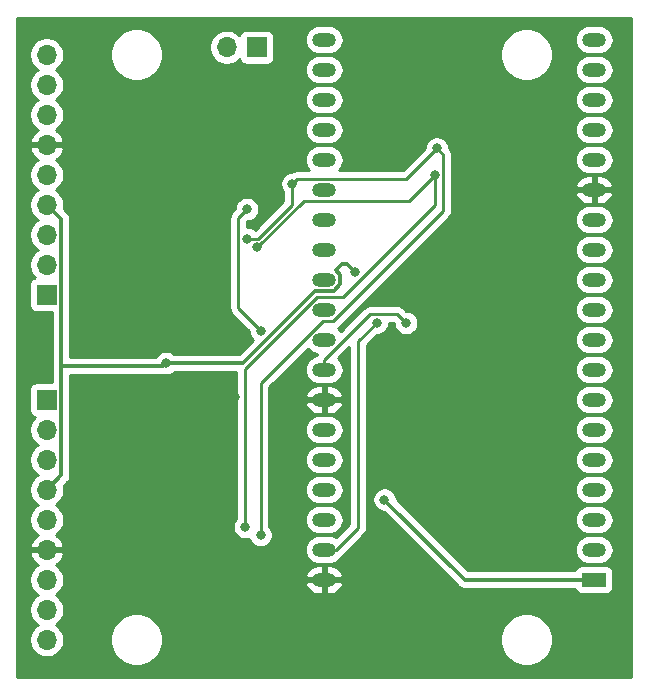
<source format=gbr>
%TF.GenerationSoftware,KiCad,Pcbnew,(5.1.9)-1*%
%TF.CreationDate,2021-06-26T09:10:02-04:00*%
%TF.ProjectId,AtariWiiWifi,41746172-6957-4696-9957-6966692e6b69,rev?*%
%TF.SameCoordinates,Original*%
%TF.FileFunction,Copper,L2,Bot*%
%TF.FilePolarity,Positive*%
%FSLAX46Y46*%
G04 Gerber Fmt 4.6, Leading zero omitted, Abs format (unit mm)*
G04 Created by KiCad (PCBNEW (5.1.9)-1) date 2021-06-26 09:10:02*
%MOMM*%
%LPD*%
G01*
G04 APERTURE LIST*
%TA.AperFunction,ComponentPad*%
%ADD10O,2.000000X1.200000*%
%TD*%
%TA.AperFunction,ComponentPad*%
%ADD11R,2.000000X1.200000*%
%TD*%
%TA.AperFunction,ComponentPad*%
%ADD12R,1.700000X1.700000*%
%TD*%
%TA.AperFunction,ComponentPad*%
%ADD13O,1.700000X1.700000*%
%TD*%
%TA.AperFunction,ViaPad*%
%ADD14C,0.800000*%
%TD*%
%TA.AperFunction,Conductor*%
%ADD15C,0.304800*%
%TD*%
%TA.AperFunction,Conductor*%
%ADD16C,0.228600*%
%TD*%
%TA.AperFunction,Conductor*%
%ADD17C,0.254000*%
%TD*%
%TA.AperFunction,Conductor*%
%ADD18C,0.100000*%
%TD*%
G04 APERTURE END LIST*
D10*
%TO.P,U4,38*%
%TO.N,GND*%
X151130000Y-115570000D03*
D11*
%TO.P,U4,1*%
%TO.N,+3V3*%
X173990000Y-115570000D03*
D10*
%TO.P,U4,37*%
%TO.N,Net-(U4-Pad37)*%
X151130000Y-113030000D03*
%TO.P,U4,2*%
%TO.N,Net-(U4-Pad2)*%
X173990000Y-113030000D03*
%TO.P,U4,36*%
%TO.N,/SCL*%
X151130000Y-110490000D03*
%TO.P,U4,3*%
%TO.N,Net-(U4-Pad3)*%
X173990000Y-110490000D03*
%TO.P,U4,35*%
%TO.N,Net-(U4-Pad35)*%
X151130000Y-107950000D03*
%TO.P,U4,4*%
%TO.N,Net-(U4-Pad4)*%
X173990000Y-107950000D03*
%TO.P,U4,34*%
%TO.N,Net-(U4-Pad34)*%
X151130000Y-105410000D03*
%TO.P,U4,5*%
%TO.N,Net-(U4-Pad5)*%
X173990000Y-105410000D03*
%TO.P,U4,33*%
%TO.N,/SDA*%
X151130000Y-102870000D03*
%TO.P,U4,6*%
%TO.N,Net-(U4-Pad6)*%
X173990000Y-102870000D03*
%TO.P,U4,32*%
%TO.N,GND*%
X151130000Y-100330000D03*
%TO.P,U4,7*%
%TO.N,Net-(U4-Pad7)*%
X173990000Y-100330000D03*
%TO.P,U4,31*%
%TO.N,/INT*%
X151130000Y-97790000D03*
%TO.P,U4,8*%
%TO.N,Net-(U4-Pad8)*%
X173990000Y-97790000D03*
%TO.P,U4,30*%
%TO.N,Net-(R8-Pad1)*%
X151130000Y-95250000D03*
%TO.P,U4,9*%
%TO.N,Net-(U4-Pad9)*%
X173990000Y-95250000D03*
%TO.P,U4,29*%
%TO.N,Net-(U4-Pad29)*%
X151130000Y-92710000D03*
%TO.P,U4,10*%
%TO.N,Net-(U4-Pad10)*%
X173990000Y-92710000D03*
%TO.P,U4,28*%
%TO.N,Net-(U4-Pad28)*%
X151130000Y-90170000D03*
%TO.P,U4,11*%
%TO.N,Net-(U4-Pad11)*%
X173990000Y-90170000D03*
%TO.P,U4,27*%
%TO.N,Net-(U4-Pad27)*%
X151130000Y-87630000D03*
%TO.P,U4,12*%
%TO.N,Net-(U4-Pad12)*%
X173990000Y-87630000D03*
%TO.P,U4,26*%
%TO.N,Net-(U4-Pad26)*%
X151130000Y-85090000D03*
%TO.P,U4,13*%
%TO.N,Net-(U4-Pad13)*%
X173990000Y-85090000D03*
%TO.P,U4,25*%
%TO.N,Net-(U4-Pad25)*%
X151130000Y-82550000D03*
%TO.P,U4,14*%
%TO.N,GND*%
X173990000Y-82550000D03*
%TO.P,U4,24*%
%TO.N,Net-(U4-Pad24)*%
X151130000Y-80010000D03*
%TO.P,U4,15*%
%TO.N,Net-(U4-Pad15)*%
X173990000Y-80010000D03*
%TO.P,U4,23*%
%TO.N,Net-(U4-Pad23)*%
X151130000Y-77470000D03*
%TO.P,U4,16*%
%TO.N,Net-(U4-Pad16)*%
X173990000Y-77470000D03*
%TO.P,U4,22*%
%TO.N,Net-(U4-Pad22)*%
X151130000Y-74930000D03*
%TO.P,U4,17*%
%TO.N,Net-(U4-Pad17)*%
X173990000Y-74930000D03*
%TO.P,U4,21*%
%TO.N,Net-(U4-Pad21)*%
X151130000Y-72390000D03*
%TO.P,U4,18*%
%TO.N,Net-(U4-Pad18)*%
X173990000Y-72390000D03*
%TO.P,U4,20*%
%TO.N,Net-(U4-Pad20)*%
X151130000Y-69850000D03*
%TO.P,U4,19*%
%TO.N,Net-(J4-Pad1)*%
X173990000Y-69850000D03*
%TD*%
D12*
%TO.P,J2A1,1*%
%TO.N,/J2_UP*%
X127635000Y-91440000D03*
D13*
%TO.P,J2A1,2*%
%TO.N,/J2_TRIG*%
X127635000Y-88900000D03*
%TO.P,J2A1,3*%
%TO.N,/J2_DOWN*%
X127635000Y-86360000D03*
%TO.P,J2A1,4*%
%TO.N,+5V*%
X127635000Y-83820000D03*
%TO.P,J2A1,5*%
%TO.N,/J2_LEFT*%
X127635000Y-81280000D03*
%TO.P,J2A1,6*%
%TO.N,GND*%
X127635000Y-78740000D03*
%TO.P,J2A1,7*%
%TO.N,/J2_RIGHT*%
X127635000Y-76200000D03*
%TO.P,J2A1,8*%
%TO.N,/J2_PotA*%
X127635000Y-73660000D03*
%TO.P,J2A1,9*%
%TO.N,/J2_PotB*%
X127635000Y-71120000D03*
%TD*%
%TO.P,J1A1,9*%
%TO.N,/J1_PotB*%
X127635000Y-120650000D03*
%TO.P,J1A1,8*%
%TO.N,/J1_PotA*%
X127635000Y-118110000D03*
%TO.P,J1A1,7*%
%TO.N,/J1_RIGHT*%
X127635000Y-115570000D03*
%TO.P,J1A1,6*%
%TO.N,GND*%
X127635000Y-113030000D03*
%TO.P,J1A1,5*%
%TO.N,/J1_LEFT*%
X127635000Y-110490000D03*
%TO.P,J1A1,4*%
%TO.N,+5V*%
X127635000Y-107950000D03*
%TO.P,J1A1,3*%
%TO.N,/J1_DOWN*%
X127635000Y-105410000D03*
%TO.P,J1A1,2*%
%TO.N,/J1_TRIG*%
X127635000Y-102870000D03*
D12*
%TO.P,J1A1,1*%
%TO.N,/J1_UP*%
X127635000Y-100330000D03*
%TD*%
D13*
%TO.P,J4,2*%
%TO.N,+5V*%
X142875000Y-70485000D03*
D12*
%TO.P,J4,1*%
%TO.N,Net-(J4-Pad1)*%
X145415000Y-70485000D03*
%TD*%
D14*
%TO.N,GND*%
X142849600Y-83642200D03*
X162255200Y-98399600D03*
X169595800Y-105968800D03*
X141706600Y-88544400D03*
X143611600Y-100101400D03*
X160299400Y-100253800D03*
X142240000Y-78282800D03*
X135966200Y-80899000D03*
%TO.N,+3V3*%
X156235400Y-108788200D03*
%TO.N,Net-(U4-Pad37)*%
X155600400Y-93802200D03*
%TO.N,/INT*%
X158064200Y-93827600D03*
%TO.N,+5V*%
X137744200Y-97231200D03*
X153771600Y-89509600D03*
%TO.N,/READY*%
X144576800Y-84201000D03*
X145777000Y-94481600D03*
%TO.N,/SDA_5*%
X148437600Y-82042000D03*
X160670250Y-79054950D03*
X144576800Y-86709300D03*
X145745200Y-111785400D03*
%TO.N,/SLC_5*%
X160477200Y-81280000D03*
X145440400Y-87426800D03*
X144449800Y-111099600D03*
%TD*%
D15*
%TO.N,GND*%
X169595800Y-105740200D02*
X169595800Y-105968800D01*
X162255200Y-98399600D02*
X169595800Y-105740200D01*
X141706600Y-84785200D02*
X142849600Y-83642200D01*
X141706600Y-88544400D02*
X141706600Y-84785200D01*
X130683000Y-113030000D02*
X127635000Y-113030000D01*
X143611600Y-100101400D02*
X130683000Y-113030000D01*
X160401000Y-100253800D02*
X162255200Y-98399600D01*
X160299400Y-100253800D02*
X160401000Y-100253800D01*
X142849600Y-78892400D02*
X142240000Y-78282800D01*
X142849600Y-83642200D02*
X142849600Y-78892400D01*
X133807200Y-78740000D02*
X127635000Y-78740000D01*
X135966200Y-80899000D02*
X133807200Y-78740000D01*
X139623800Y-80899000D02*
X142240000Y-78282800D01*
X135966200Y-80899000D02*
X139623800Y-80899000D01*
%TO.N,+3V3*%
X163017200Y-115570000D02*
X173990000Y-115570000D01*
X156235400Y-108788200D02*
X163017200Y-115570000D01*
D16*
%TO.N,Net-(U4-Pad37)*%
X151130000Y-113030000D02*
X152146000Y-113030000D01*
X152146000Y-113030000D02*
X154000200Y-111175800D01*
X154000200Y-111175800D02*
X154000200Y-95377000D01*
X155575000Y-93802200D02*
X155600400Y-93802200D01*
X154000200Y-95377000D02*
X155575000Y-93802200D01*
%TO.N,/INT*%
X157321299Y-93084699D02*
X158064200Y-93827600D01*
X155006701Y-93084699D02*
X157321299Y-93084699D01*
X151130000Y-96961400D02*
X155006701Y-93084699D01*
X151130000Y-97790000D02*
X151130000Y-96961400D01*
D15*
%TO.N,+5V*%
X128840601Y-85025601D02*
X127635000Y-83820000D01*
X127635000Y-107950000D02*
X128840601Y-106744399D01*
X137502001Y-97473399D02*
X137744200Y-97231200D01*
X128840601Y-97473399D02*
X137502001Y-97473399D01*
X128840601Y-106744399D02*
X128840601Y-97473399D01*
X128840601Y-97473399D02*
X128840601Y-85025601D01*
X153092203Y-88830203D02*
X153771600Y-89509600D01*
X152647597Y-88830203D02*
X153092203Y-88830203D01*
X151925826Y-91125610D02*
X152485610Y-90565826D01*
X137744200Y-97231200D02*
X144246600Y-97231200D01*
X152094618Y-89383182D02*
X152647597Y-88830203D01*
X144246600Y-97231200D02*
X150352190Y-91125610D01*
X150352190Y-91125610D02*
X151925826Y-91125610D01*
X152485610Y-90565826D02*
X152485610Y-89774174D01*
X152485610Y-89774174D02*
X152094618Y-89383182D01*
D16*
%TO.N,/READY*%
X143859299Y-84918501D02*
X144576800Y-84201000D01*
X143859299Y-92563899D02*
X143859299Y-84918501D01*
X145777000Y-94481600D02*
X143859299Y-92563899D01*
%TO.N,/SDA_5*%
X148847110Y-81632490D02*
X158092710Y-81632490D01*
X148437600Y-82042000D02*
X148847110Y-81632490D01*
X158092710Y-81632490D02*
X160858200Y-78867000D01*
X160832800Y-78841600D02*
X160858200Y-78867000D01*
X160832800Y-78892400D02*
X160670250Y-79054950D01*
X160832800Y-78841600D02*
X160832800Y-78892400D01*
X144576800Y-86709300D02*
X145547230Y-86709300D01*
X148437600Y-83818930D02*
X148437600Y-82042000D01*
X145547230Y-86709300D02*
X148437600Y-83818930D01*
X161194701Y-79579401D02*
X160670250Y-79054950D01*
X151910045Y-93627510D02*
X161194701Y-84342854D01*
X151054935Y-93627510D02*
X151910045Y-93627510D01*
X161194701Y-84342854D02*
X161194701Y-79579401D01*
X145745200Y-98937245D02*
X151054935Y-93627510D01*
X145745200Y-111785400D02*
X145745200Y-98937245D01*
%TO.N,/SLC_5*%
X149399690Y-83467510D02*
X145440400Y-87426800D01*
X158289690Y-83467510D02*
X149399690Y-83467510D01*
X160477200Y-81280000D02*
X158289690Y-83467510D01*
X160477200Y-83865902D02*
X160477200Y-81280000D01*
X144449800Y-97692645D02*
X150546924Y-91595521D01*
X152747581Y-91595521D02*
X160477200Y-83865902D01*
X144449800Y-111099600D02*
X144449800Y-97692645D01*
X150546924Y-91595521D02*
X152747581Y-91595521D01*
%TD*%
D17*
%TO.N,GND*%
X177140000Y-123800000D02*
X125120000Y-123800000D01*
X125120000Y-115423740D01*
X126150000Y-115423740D01*
X126150000Y-115716260D01*
X126207068Y-116003158D01*
X126319010Y-116273411D01*
X126481525Y-116516632D01*
X126688368Y-116723475D01*
X126862760Y-116840000D01*
X126688368Y-116956525D01*
X126481525Y-117163368D01*
X126319010Y-117406589D01*
X126207068Y-117676842D01*
X126150000Y-117963740D01*
X126150000Y-118256260D01*
X126207068Y-118543158D01*
X126319010Y-118813411D01*
X126481525Y-119056632D01*
X126688368Y-119263475D01*
X126862760Y-119380000D01*
X126688368Y-119496525D01*
X126481525Y-119703368D01*
X126319010Y-119946589D01*
X126207068Y-120216842D01*
X126150000Y-120503740D01*
X126150000Y-120796260D01*
X126207068Y-121083158D01*
X126319010Y-121353411D01*
X126481525Y-121596632D01*
X126688368Y-121803475D01*
X126931589Y-121965990D01*
X127201842Y-122077932D01*
X127488740Y-122135000D01*
X127781260Y-122135000D01*
X128068158Y-122077932D01*
X128338411Y-121965990D01*
X128581632Y-121803475D01*
X128788475Y-121596632D01*
X128950990Y-121353411D01*
X129062932Y-121083158D01*
X129120000Y-120796260D01*
X129120000Y-120503740D01*
X129105307Y-120429872D01*
X133020000Y-120429872D01*
X133020000Y-120870128D01*
X133105890Y-121301925D01*
X133274369Y-121708669D01*
X133518962Y-122074729D01*
X133830271Y-122386038D01*
X134196331Y-122630631D01*
X134603075Y-122799110D01*
X135034872Y-122885000D01*
X135475128Y-122885000D01*
X135906925Y-122799110D01*
X136313669Y-122630631D01*
X136679729Y-122386038D01*
X136991038Y-122074729D01*
X137235631Y-121708669D01*
X137404110Y-121301925D01*
X137490000Y-120870128D01*
X137490000Y-120429872D01*
X166040000Y-120429872D01*
X166040000Y-120870128D01*
X166125890Y-121301925D01*
X166294369Y-121708669D01*
X166538962Y-122074729D01*
X166850271Y-122386038D01*
X167216331Y-122630631D01*
X167623075Y-122799110D01*
X168054872Y-122885000D01*
X168495128Y-122885000D01*
X168926925Y-122799110D01*
X169333669Y-122630631D01*
X169699729Y-122386038D01*
X170011038Y-122074729D01*
X170255631Y-121708669D01*
X170424110Y-121301925D01*
X170510000Y-120870128D01*
X170510000Y-120429872D01*
X170424110Y-119998075D01*
X170255631Y-119591331D01*
X170011038Y-119225271D01*
X169699729Y-118913962D01*
X169333669Y-118669369D01*
X168926925Y-118500890D01*
X168495128Y-118415000D01*
X168054872Y-118415000D01*
X167623075Y-118500890D01*
X167216331Y-118669369D01*
X166850271Y-118913962D01*
X166538962Y-119225271D01*
X166294369Y-119591331D01*
X166125890Y-119998075D01*
X166040000Y-120429872D01*
X137490000Y-120429872D01*
X137404110Y-119998075D01*
X137235631Y-119591331D01*
X136991038Y-119225271D01*
X136679729Y-118913962D01*
X136313669Y-118669369D01*
X135906925Y-118500890D01*
X135475128Y-118415000D01*
X135034872Y-118415000D01*
X134603075Y-118500890D01*
X134196331Y-118669369D01*
X133830271Y-118913962D01*
X133518962Y-119225271D01*
X133274369Y-119591331D01*
X133105890Y-119998075D01*
X133020000Y-120429872D01*
X129105307Y-120429872D01*
X129062932Y-120216842D01*
X128950990Y-119946589D01*
X128788475Y-119703368D01*
X128581632Y-119496525D01*
X128407240Y-119380000D01*
X128581632Y-119263475D01*
X128788475Y-119056632D01*
X128950990Y-118813411D01*
X129062932Y-118543158D01*
X129120000Y-118256260D01*
X129120000Y-117963740D01*
X129062932Y-117676842D01*
X128950990Y-117406589D01*
X128788475Y-117163368D01*
X128581632Y-116956525D01*
X128407240Y-116840000D01*
X128581632Y-116723475D01*
X128788475Y-116516632D01*
X128950990Y-116273411D01*
X129062932Y-116003158D01*
X129085916Y-115887609D01*
X149536538Y-115887609D01*
X149540409Y-115925282D01*
X149632579Y-116150533D01*
X149766922Y-116353474D01*
X149938275Y-116526307D01*
X150140054Y-116662390D01*
X150364504Y-116756493D01*
X150603000Y-116805000D01*
X151003000Y-116805000D01*
X151003000Y-115697000D01*
X151257000Y-115697000D01*
X151257000Y-116805000D01*
X151657000Y-116805000D01*
X151895496Y-116756493D01*
X152119946Y-116662390D01*
X152321725Y-116526307D01*
X152493078Y-116353474D01*
X152627421Y-116150533D01*
X152719591Y-115925282D01*
X152723462Y-115887609D01*
X152598731Y-115697000D01*
X151257000Y-115697000D01*
X151003000Y-115697000D01*
X149661269Y-115697000D01*
X149536538Y-115887609D01*
X129085916Y-115887609D01*
X129120000Y-115716260D01*
X129120000Y-115423740D01*
X129085917Y-115252391D01*
X149536538Y-115252391D01*
X149661269Y-115443000D01*
X151003000Y-115443000D01*
X151003000Y-114335000D01*
X151257000Y-114335000D01*
X151257000Y-115443000D01*
X152598731Y-115443000D01*
X152723462Y-115252391D01*
X152719591Y-115214718D01*
X152627421Y-114989467D01*
X152493078Y-114786526D01*
X152321725Y-114613693D01*
X152119946Y-114477610D01*
X151895496Y-114383507D01*
X151657000Y-114335000D01*
X151257000Y-114335000D01*
X151003000Y-114335000D01*
X150603000Y-114335000D01*
X150364504Y-114383507D01*
X150140054Y-114477610D01*
X149938275Y-114613693D01*
X149766922Y-114786526D01*
X149632579Y-114989467D01*
X149540409Y-115214718D01*
X149536538Y-115252391D01*
X129085917Y-115252391D01*
X129062932Y-115136842D01*
X128950990Y-114866589D01*
X128788475Y-114623368D01*
X128581632Y-114416525D01*
X128399466Y-114294805D01*
X128516355Y-114225178D01*
X128732588Y-114030269D01*
X128906641Y-113796920D01*
X129031825Y-113534099D01*
X129076476Y-113386890D01*
X128955155Y-113157000D01*
X127762000Y-113157000D01*
X127762000Y-113177000D01*
X127508000Y-113177000D01*
X127508000Y-113157000D01*
X126314845Y-113157000D01*
X126193524Y-113386890D01*
X126238175Y-113534099D01*
X126363359Y-113796920D01*
X126537412Y-114030269D01*
X126753645Y-114225178D01*
X126870534Y-114294805D01*
X126688368Y-114416525D01*
X126481525Y-114623368D01*
X126319010Y-114866589D01*
X126207068Y-115136842D01*
X126150000Y-115423740D01*
X125120000Y-115423740D01*
X125120000Y-90590000D01*
X126146928Y-90590000D01*
X126146928Y-92290000D01*
X126159188Y-92414482D01*
X126195498Y-92534180D01*
X126254463Y-92644494D01*
X126333815Y-92741185D01*
X126430506Y-92820537D01*
X126540820Y-92879502D01*
X126660518Y-92915812D01*
X126785000Y-92928072D01*
X128053201Y-92928072D01*
X128053201Y-97434726D01*
X128049392Y-97473399D01*
X128053202Y-97512082D01*
X128053202Y-98841928D01*
X126785000Y-98841928D01*
X126660518Y-98854188D01*
X126540820Y-98890498D01*
X126430506Y-98949463D01*
X126333815Y-99028815D01*
X126254463Y-99125506D01*
X126195498Y-99235820D01*
X126159188Y-99355518D01*
X126146928Y-99480000D01*
X126146928Y-101180000D01*
X126159188Y-101304482D01*
X126195498Y-101424180D01*
X126254463Y-101534494D01*
X126333815Y-101631185D01*
X126430506Y-101710537D01*
X126540820Y-101769502D01*
X126613380Y-101791513D01*
X126481525Y-101923368D01*
X126319010Y-102166589D01*
X126207068Y-102436842D01*
X126150000Y-102723740D01*
X126150000Y-103016260D01*
X126207068Y-103303158D01*
X126319010Y-103573411D01*
X126481525Y-103816632D01*
X126688368Y-104023475D01*
X126862760Y-104140000D01*
X126688368Y-104256525D01*
X126481525Y-104463368D01*
X126319010Y-104706589D01*
X126207068Y-104976842D01*
X126150000Y-105263740D01*
X126150000Y-105556260D01*
X126207068Y-105843158D01*
X126319010Y-106113411D01*
X126481525Y-106356632D01*
X126688368Y-106563475D01*
X126862760Y-106680000D01*
X126688368Y-106796525D01*
X126481525Y-107003368D01*
X126319010Y-107246589D01*
X126207068Y-107516842D01*
X126150000Y-107803740D01*
X126150000Y-108096260D01*
X126207068Y-108383158D01*
X126319010Y-108653411D01*
X126481525Y-108896632D01*
X126688368Y-109103475D01*
X126862760Y-109220000D01*
X126688368Y-109336525D01*
X126481525Y-109543368D01*
X126319010Y-109786589D01*
X126207068Y-110056842D01*
X126150000Y-110343740D01*
X126150000Y-110636260D01*
X126207068Y-110923158D01*
X126319010Y-111193411D01*
X126481525Y-111436632D01*
X126688368Y-111643475D01*
X126870534Y-111765195D01*
X126753645Y-111834822D01*
X126537412Y-112029731D01*
X126363359Y-112263080D01*
X126238175Y-112525901D01*
X126193524Y-112673110D01*
X126314845Y-112903000D01*
X127508000Y-112903000D01*
X127508000Y-112883000D01*
X127762000Y-112883000D01*
X127762000Y-112903000D01*
X128955155Y-112903000D01*
X129076476Y-112673110D01*
X129031825Y-112525901D01*
X128906641Y-112263080D01*
X128732588Y-112029731D01*
X128516355Y-111834822D01*
X128399466Y-111765195D01*
X128581632Y-111643475D01*
X128788475Y-111436632D01*
X128950990Y-111193411D01*
X129062932Y-110923158D01*
X129120000Y-110636260D01*
X129120000Y-110343740D01*
X129062932Y-110056842D01*
X128950990Y-109786589D01*
X128788475Y-109543368D01*
X128581632Y-109336525D01*
X128407240Y-109220000D01*
X128581632Y-109103475D01*
X128788475Y-108896632D01*
X128950990Y-108653411D01*
X129062932Y-108383158D01*
X129120000Y-108096260D01*
X129120000Y-107803740D01*
X129082639Y-107615913D01*
X129370035Y-107328517D01*
X129400070Y-107303868D01*
X129435620Y-107260551D01*
X129498466Y-107183972D01*
X129498468Y-107183970D01*
X129571583Y-107047182D01*
X129616607Y-106898756D01*
X129628001Y-106783072D01*
X129628001Y-106783063D01*
X129631809Y-106744400D01*
X129628001Y-106705737D01*
X129628001Y-98260799D01*
X137463338Y-98260799D01*
X137502001Y-98264607D01*
X137540664Y-98260799D01*
X137540674Y-98260799D01*
X137590457Y-98255896D01*
X137642261Y-98266200D01*
X137846139Y-98266200D01*
X138046098Y-98226426D01*
X138234456Y-98148405D01*
X138403974Y-98035137D01*
X138420511Y-98018600D01*
X143700501Y-98018600D01*
X143700500Y-110385189D01*
X143645863Y-110439826D01*
X143532595Y-110609344D01*
X143454574Y-110797702D01*
X143414800Y-110997661D01*
X143414800Y-111201539D01*
X143454574Y-111401498D01*
X143532595Y-111589856D01*
X143645863Y-111759374D01*
X143790026Y-111903537D01*
X143959544Y-112016805D01*
X144147902Y-112094826D01*
X144347861Y-112134600D01*
X144551739Y-112134600D01*
X144751698Y-112094826D01*
X144752888Y-112094333D01*
X144827995Y-112275656D01*
X144941263Y-112445174D01*
X145085426Y-112589337D01*
X145254944Y-112702605D01*
X145443302Y-112780626D01*
X145643261Y-112820400D01*
X145847139Y-112820400D01*
X146047098Y-112780626D01*
X146235456Y-112702605D01*
X146404974Y-112589337D01*
X146549137Y-112445174D01*
X146662405Y-112275656D01*
X146740426Y-112087298D01*
X146780200Y-111887339D01*
X146780200Y-111683461D01*
X146740426Y-111483502D01*
X146662405Y-111295144D01*
X146549137Y-111125626D01*
X146494500Y-111070989D01*
X146494500Y-110490000D01*
X149489025Y-110490000D01*
X149512870Y-110732102D01*
X149583489Y-110964901D01*
X149698167Y-111179449D01*
X149852498Y-111367502D01*
X150040551Y-111521833D01*
X150255099Y-111636511D01*
X150487898Y-111707130D01*
X150669335Y-111725000D01*
X151590665Y-111725000D01*
X151772102Y-111707130D01*
X152004901Y-111636511D01*
X152219449Y-111521833D01*
X152407502Y-111367502D01*
X152561833Y-111179449D01*
X152676511Y-110964901D01*
X152747130Y-110732102D01*
X152770975Y-110490000D01*
X152747130Y-110247898D01*
X152676511Y-110015099D01*
X152561833Y-109800551D01*
X152407502Y-109612498D01*
X152219449Y-109458167D01*
X152004901Y-109343489D01*
X151772102Y-109272870D01*
X151590665Y-109255000D01*
X150669335Y-109255000D01*
X150487898Y-109272870D01*
X150255099Y-109343489D01*
X150040551Y-109458167D01*
X149852498Y-109612498D01*
X149698167Y-109800551D01*
X149583489Y-110015099D01*
X149512870Y-110247898D01*
X149489025Y-110490000D01*
X146494500Y-110490000D01*
X146494500Y-107950000D01*
X149489025Y-107950000D01*
X149512870Y-108192102D01*
X149583489Y-108424901D01*
X149698167Y-108639449D01*
X149852498Y-108827502D01*
X150040551Y-108981833D01*
X150255099Y-109096511D01*
X150487898Y-109167130D01*
X150669335Y-109185000D01*
X151590665Y-109185000D01*
X151772102Y-109167130D01*
X152004901Y-109096511D01*
X152219449Y-108981833D01*
X152407502Y-108827502D01*
X152561833Y-108639449D01*
X152676511Y-108424901D01*
X152747130Y-108192102D01*
X152770975Y-107950000D01*
X152747130Y-107707898D01*
X152676511Y-107475099D01*
X152561833Y-107260551D01*
X152407502Y-107072498D01*
X152219449Y-106918167D01*
X152004901Y-106803489D01*
X151772102Y-106732870D01*
X151590665Y-106715000D01*
X150669335Y-106715000D01*
X150487898Y-106732870D01*
X150255099Y-106803489D01*
X150040551Y-106918167D01*
X149852498Y-107072498D01*
X149698167Y-107260551D01*
X149583489Y-107475099D01*
X149512870Y-107707898D01*
X149489025Y-107950000D01*
X146494500Y-107950000D01*
X146494500Y-105410000D01*
X149489025Y-105410000D01*
X149512870Y-105652102D01*
X149583489Y-105884901D01*
X149698167Y-106099449D01*
X149852498Y-106287502D01*
X150040551Y-106441833D01*
X150255099Y-106556511D01*
X150487898Y-106627130D01*
X150669335Y-106645000D01*
X151590665Y-106645000D01*
X151772102Y-106627130D01*
X152004901Y-106556511D01*
X152219449Y-106441833D01*
X152407502Y-106287502D01*
X152561833Y-106099449D01*
X152676511Y-105884901D01*
X152747130Y-105652102D01*
X152770975Y-105410000D01*
X152747130Y-105167898D01*
X152676511Y-104935099D01*
X152561833Y-104720551D01*
X152407502Y-104532498D01*
X152219449Y-104378167D01*
X152004901Y-104263489D01*
X151772102Y-104192870D01*
X151590665Y-104175000D01*
X150669335Y-104175000D01*
X150487898Y-104192870D01*
X150255099Y-104263489D01*
X150040551Y-104378167D01*
X149852498Y-104532498D01*
X149698167Y-104720551D01*
X149583489Y-104935099D01*
X149512870Y-105167898D01*
X149489025Y-105410000D01*
X146494500Y-105410000D01*
X146494500Y-102870000D01*
X149489025Y-102870000D01*
X149512870Y-103112102D01*
X149583489Y-103344901D01*
X149698167Y-103559449D01*
X149852498Y-103747502D01*
X150040551Y-103901833D01*
X150255099Y-104016511D01*
X150487898Y-104087130D01*
X150669335Y-104105000D01*
X151590665Y-104105000D01*
X151772102Y-104087130D01*
X152004901Y-104016511D01*
X152219449Y-103901833D01*
X152407502Y-103747502D01*
X152561833Y-103559449D01*
X152676511Y-103344901D01*
X152747130Y-103112102D01*
X152770975Y-102870000D01*
X152747130Y-102627898D01*
X152676511Y-102395099D01*
X152561833Y-102180551D01*
X152407502Y-101992498D01*
X152219449Y-101838167D01*
X152004901Y-101723489D01*
X151772102Y-101652870D01*
X151590665Y-101635000D01*
X150669335Y-101635000D01*
X150487898Y-101652870D01*
X150255099Y-101723489D01*
X150040551Y-101838167D01*
X149852498Y-101992498D01*
X149698167Y-102180551D01*
X149583489Y-102395099D01*
X149512870Y-102627898D01*
X149489025Y-102870000D01*
X146494500Y-102870000D01*
X146494500Y-100647609D01*
X149536538Y-100647609D01*
X149540409Y-100685282D01*
X149632579Y-100910533D01*
X149766922Y-101113474D01*
X149938275Y-101286307D01*
X150140054Y-101422390D01*
X150364504Y-101516493D01*
X150603000Y-101565000D01*
X151003000Y-101565000D01*
X151003000Y-100457000D01*
X151257000Y-100457000D01*
X151257000Y-101565000D01*
X151657000Y-101565000D01*
X151895496Y-101516493D01*
X152119946Y-101422390D01*
X152321725Y-101286307D01*
X152493078Y-101113474D01*
X152627421Y-100910533D01*
X152719591Y-100685282D01*
X152723462Y-100647609D01*
X152598731Y-100457000D01*
X151257000Y-100457000D01*
X151003000Y-100457000D01*
X149661269Y-100457000D01*
X149536538Y-100647609D01*
X146494500Y-100647609D01*
X146494500Y-100012391D01*
X149536538Y-100012391D01*
X149661269Y-100203000D01*
X151003000Y-100203000D01*
X151003000Y-99095000D01*
X151257000Y-99095000D01*
X151257000Y-100203000D01*
X152598731Y-100203000D01*
X152723462Y-100012391D01*
X152719591Y-99974718D01*
X152627421Y-99749467D01*
X152493078Y-99546526D01*
X152321725Y-99373693D01*
X152119946Y-99237610D01*
X151895496Y-99143507D01*
X151657000Y-99095000D01*
X151257000Y-99095000D01*
X151003000Y-99095000D01*
X150603000Y-99095000D01*
X150364504Y-99143507D01*
X150140054Y-99237610D01*
X149938275Y-99373693D01*
X149766922Y-99546526D01*
X149632579Y-99749467D01*
X149540409Y-99974718D01*
X149536538Y-100012391D01*
X146494500Y-100012391D01*
X146494500Y-99247614D01*
X149745270Y-95996844D01*
X149852498Y-96127502D01*
X150040551Y-96281833D01*
X150255099Y-96396511D01*
X150487898Y-96467130D01*
X150560447Y-96474275D01*
X150503966Y-96543097D01*
X150488061Y-96572854D01*
X150487898Y-96572870D01*
X150255099Y-96643489D01*
X150040551Y-96758167D01*
X149852498Y-96912498D01*
X149698167Y-97100551D01*
X149583489Y-97315099D01*
X149512870Y-97547898D01*
X149489025Y-97790000D01*
X149512870Y-98032102D01*
X149583489Y-98264901D01*
X149698167Y-98479449D01*
X149852498Y-98667502D01*
X150040551Y-98821833D01*
X150255099Y-98936511D01*
X150487898Y-99007130D01*
X150669335Y-99025000D01*
X151590665Y-99025000D01*
X151772102Y-99007130D01*
X152004901Y-98936511D01*
X152219449Y-98821833D01*
X152407502Y-98667502D01*
X152561833Y-98479449D01*
X152676511Y-98264901D01*
X152747130Y-98032102D01*
X152770975Y-97790000D01*
X152747130Y-97547898D01*
X152676511Y-97315099D01*
X152561833Y-97100551D01*
X152407502Y-96912498D01*
X152314717Y-96836352D01*
X153250901Y-95900168D01*
X153250900Y-110865429D01*
X152153444Y-111962887D01*
X152004901Y-111883489D01*
X151772102Y-111812870D01*
X151590665Y-111795000D01*
X150669335Y-111795000D01*
X150487898Y-111812870D01*
X150255099Y-111883489D01*
X150040551Y-111998167D01*
X149852498Y-112152498D01*
X149698167Y-112340551D01*
X149583489Y-112555099D01*
X149512870Y-112787898D01*
X149489025Y-113030000D01*
X149512870Y-113272102D01*
X149583489Y-113504901D01*
X149698167Y-113719449D01*
X149852498Y-113907502D01*
X150040551Y-114061833D01*
X150255099Y-114176511D01*
X150487898Y-114247130D01*
X150669335Y-114265000D01*
X151590665Y-114265000D01*
X151772102Y-114247130D01*
X152004901Y-114176511D01*
X152219449Y-114061833D01*
X152407502Y-113907502D01*
X152561833Y-113719449D01*
X152620287Y-113610089D01*
X152678398Y-113562398D01*
X152701863Y-113533806D01*
X154504018Y-111731653D01*
X154532598Y-111708198D01*
X154556054Y-111679617D01*
X154556061Y-111679610D01*
X154626234Y-111594104D01*
X154695812Y-111463932D01*
X154718927Y-111387731D01*
X154738658Y-111322688D01*
X154749500Y-111212606D01*
X154749500Y-111212596D01*
X154753124Y-111175800D01*
X154749500Y-111139004D01*
X154749500Y-108686261D01*
X155200400Y-108686261D01*
X155200400Y-108890139D01*
X155240174Y-109090098D01*
X155318195Y-109278456D01*
X155431463Y-109447974D01*
X155575626Y-109592137D01*
X155745144Y-109705405D01*
X155933502Y-109783426D01*
X156133461Y-109823200D01*
X156156850Y-109823200D01*
X162433081Y-116099433D01*
X162457731Y-116129469D01*
X162487767Y-116154119D01*
X162487770Y-116154122D01*
X162507118Y-116170000D01*
X162577628Y-116227866D01*
X162714417Y-116300982D01*
X162862843Y-116346006D01*
X162978527Y-116357400D01*
X162978535Y-116357400D01*
X163017200Y-116361208D01*
X163055865Y-116357400D01*
X172383274Y-116357400D01*
X172400498Y-116414180D01*
X172459463Y-116524494D01*
X172538815Y-116621185D01*
X172635506Y-116700537D01*
X172745820Y-116759502D01*
X172865518Y-116795812D01*
X172990000Y-116808072D01*
X174990000Y-116808072D01*
X175114482Y-116795812D01*
X175234180Y-116759502D01*
X175344494Y-116700537D01*
X175441185Y-116621185D01*
X175520537Y-116524494D01*
X175579502Y-116414180D01*
X175615812Y-116294482D01*
X175628072Y-116170000D01*
X175628072Y-114970000D01*
X175615812Y-114845518D01*
X175579502Y-114725820D01*
X175520537Y-114615506D01*
X175441185Y-114518815D01*
X175344494Y-114439463D01*
X175234180Y-114380498D01*
X175114482Y-114344188D01*
X174990000Y-114331928D01*
X172990000Y-114331928D01*
X172865518Y-114344188D01*
X172745820Y-114380498D01*
X172635506Y-114439463D01*
X172538815Y-114518815D01*
X172459463Y-114615506D01*
X172400498Y-114725820D01*
X172383274Y-114782600D01*
X163343352Y-114782600D01*
X161590752Y-113030000D01*
X172349025Y-113030000D01*
X172372870Y-113272102D01*
X172443489Y-113504901D01*
X172558167Y-113719449D01*
X172712498Y-113907502D01*
X172900551Y-114061833D01*
X173115099Y-114176511D01*
X173347898Y-114247130D01*
X173529335Y-114265000D01*
X174450665Y-114265000D01*
X174632102Y-114247130D01*
X174864901Y-114176511D01*
X175079449Y-114061833D01*
X175267502Y-113907502D01*
X175421833Y-113719449D01*
X175536511Y-113504901D01*
X175607130Y-113272102D01*
X175630975Y-113030000D01*
X175607130Y-112787898D01*
X175536511Y-112555099D01*
X175421833Y-112340551D01*
X175267502Y-112152498D01*
X175079449Y-111998167D01*
X174864901Y-111883489D01*
X174632102Y-111812870D01*
X174450665Y-111795000D01*
X173529335Y-111795000D01*
X173347898Y-111812870D01*
X173115099Y-111883489D01*
X172900551Y-111998167D01*
X172712498Y-112152498D01*
X172558167Y-112340551D01*
X172443489Y-112555099D01*
X172372870Y-112787898D01*
X172349025Y-113030000D01*
X161590752Y-113030000D01*
X159050751Y-110490000D01*
X172349025Y-110490000D01*
X172372870Y-110732102D01*
X172443489Y-110964901D01*
X172558167Y-111179449D01*
X172712498Y-111367502D01*
X172900551Y-111521833D01*
X173115099Y-111636511D01*
X173347898Y-111707130D01*
X173529335Y-111725000D01*
X174450665Y-111725000D01*
X174632102Y-111707130D01*
X174864901Y-111636511D01*
X175079449Y-111521833D01*
X175267502Y-111367502D01*
X175421833Y-111179449D01*
X175536511Y-110964901D01*
X175607130Y-110732102D01*
X175630975Y-110490000D01*
X175607130Y-110247898D01*
X175536511Y-110015099D01*
X175421833Y-109800551D01*
X175267502Y-109612498D01*
X175079449Y-109458167D01*
X174864901Y-109343489D01*
X174632102Y-109272870D01*
X174450665Y-109255000D01*
X173529335Y-109255000D01*
X173347898Y-109272870D01*
X173115099Y-109343489D01*
X172900551Y-109458167D01*
X172712498Y-109612498D01*
X172558167Y-109800551D01*
X172443489Y-110015099D01*
X172372870Y-110247898D01*
X172349025Y-110490000D01*
X159050751Y-110490000D01*
X157270400Y-108709650D01*
X157270400Y-108686261D01*
X157230626Y-108486302D01*
X157152605Y-108297944D01*
X157039337Y-108128426D01*
X156895174Y-107984263D01*
X156843896Y-107950000D01*
X172349025Y-107950000D01*
X172372870Y-108192102D01*
X172443489Y-108424901D01*
X172558167Y-108639449D01*
X172712498Y-108827502D01*
X172900551Y-108981833D01*
X173115099Y-109096511D01*
X173347898Y-109167130D01*
X173529335Y-109185000D01*
X174450665Y-109185000D01*
X174632102Y-109167130D01*
X174864901Y-109096511D01*
X175079449Y-108981833D01*
X175267502Y-108827502D01*
X175421833Y-108639449D01*
X175536511Y-108424901D01*
X175607130Y-108192102D01*
X175630975Y-107950000D01*
X175607130Y-107707898D01*
X175536511Y-107475099D01*
X175421833Y-107260551D01*
X175267502Y-107072498D01*
X175079449Y-106918167D01*
X174864901Y-106803489D01*
X174632102Y-106732870D01*
X174450665Y-106715000D01*
X173529335Y-106715000D01*
X173347898Y-106732870D01*
X173115099Y-106803489D01*
X172900551Y-106918167D01*
X172712498Y-107072498D01*
X172558167Y-107260551D01*
X172443489Y-107475099D01*
X172372870Y-107707898D01*
X172349025Y-107950000D01*
X156843896Y-107950000D01*
X156725656Y-107870995D01*
X156537298Y-107792974D01*
X156337339Y-107753200D01*
X156133461Y-107753200D01*
X155933502Y-107792974D01*
X155745144Y-107870995D01*
X155575626Y-107984263D01*
X155431463Y-108128426D01*
X155318195Y-108297944D01*
X155240174Y-108486302D01*
X155200400Y-108686261D01*
X154749500Y-108686261D01*
X154749500Y-105410000D01*
X172349025Y-105410000D01*
X172372870Y-105652102D01*
X172443489Y-105884901D01*
X172558167Y-106099449D01*
X172712498Y-106287502D01*
X172900551Y-106441833D01*
X173115099Y-106556511D01*
X173347898Y-106627130D01*
X173529335Y-106645000D01*
X174450665Y-106645000D01*
X174632102Y-106627130D01*
X174864901Y-106556511D01*
X175079449Y-106441833D01*
X175267502Y-106287502D01*
X175421833Y-106099449D01*
X175536511Y-105884901D01*
X175607130Y-105652102D01*
X175630975Y-105410000D01*
X175607130Y-105167898D01*
X175536511Y-104935099D01*
X175421833Y-104720551D01*
X175267502Y-104532498D01*
X175079449Y-104378167D01*
X174864901Y-104263489D01*
X174632102Y-104192870D01*
X174450665Y-104175000D01*
X173529335Y-104175000D01*
X173347898Y-104192870D01*
X173115099Y-104263489D01*
X172900551Y-104378167D01*
X172712498Y-104532498D01*
X172558167Y-104720551D01*
X172443489Y-104935099D01*
X172372870Y-105167898D01*
X172349025Y-105410000D01*
X154749500Y-105410000D01*
X154749500Y-102870000D01*
X172349025Y-102870000D01*
X172372870Y-103112102D01*
X172443489Y-103344901D01*
X172558167Y-103559449D01*
X172712498Y-103747502D01*
X172900551Y-103901833D01*
X173115099Y-104016511D01*
X173347898Y-104087130D01*
X173529335Y-104105000D01*
X174450665Y-104105000D01*
X174632102Y-104087130D01*
X174864901Y-104016511D01*
X175079449Y-103901833D01*
X175267502Y-103747502D01*
X175421833Y-103559449D01*
X175536511Y-103344901D01*
X175607130Y-103112102D01*
X175630975Y-102870000D01*
X175607130Y-102627898D01*
X175536511Y-102395099D01*
X175421833Y-102180551D01*
X175267502Y-101992498D01*
X175079449Y-101838167D01*
X174864901Y-101723489D01*
X174632102Y-101652870D01*
X174450665Y-101635000D01*
X173529335Y-101635000D01*
X173347898Y-101652870D01*
X173115099Y-101723489D01*
X172900551Y-101838167D01*
X172712498Y-101992498D01*
X172558167Y-102180551D01*
X172443489Y-102395099D01*
X172372870Y-102627898D01*
X172349025Y-102870000D01*
X154749500Y-102870000D01*
X154749500Y-100330000D01*
X172349025Y-100330000D01*
X172372870Y-100572102D01*
X172443489Y-100804901D01*
X172558167Y-101019449D01*
X172712498Y-101207502D01*
X172900551Y-101361833D01*
X173115099Y-101476511D01*
X173347898Y-101547130D01*
X173529335Y-101565000D01*
X174450665Y-101565000D01*
X174632102Y-101547130D01*
X174864901Y-101476511D01*
X175079449Y-101361833D01*
X175267502Y-101207502D01*
X175421833Y-101019449D01*
X175536511Y-100804901D01*
X175607130Y-100572102D01*
X175630975Y-100330000D01*
X175607130Y-100087898D01*
X175536511Y-99855099D01*
X175421833Y-99640551D01*
X175267502Y-99452498D01*
X175079449Y-99298167D01*
X174864901Y-99183489D01*
X174632102Y-99112870D01*
X174450665Y-99095000D01*
X173529335Y-99095000D01*
X173347898Y-99112870D01*
X173115099Y-99183489D01*
X172900551Y-99298167D01*
X172712498Y-99452498D01*
X172558167Y-99640551D01*
X172443489Y-99855099D01*
X172372870Y-100087898D01*
X172349025Y-100330000D01*
X154749500Y-100330000D01*
X154749500Y-97790000D01*
X172349025Y-97790000D01*
X172372870Y-98032102D01*
X172443489Y-98264901D01*
X172558167Y-98479449D01*
X172712498Y-98667502D01*
X172900551Y-98821833D01*
X173115099Y-98936511D01*
X173347898Y-99007130D01*
X173529335Y-99025000D01*
X174450665Y-99025000D01*
X174632102Y-99007130D01*
X174864901Y-98936511D01*
X175079449Y-98821833D01*
X175267502Y-98667502D01*
X175421833Y-98479449D01*
X175536511Y-98264901D01*
X175607130Y-98032102D01*
X175630975Y-97790000D01*
X175607130Y-97547898D01*
X175536511Y-97315099D01*
X175421833Y-97100551D01*
X175267502Y-96912498D01*
X175079449Y-96758167D01*
X174864901Y-96643489D01*
X174632102Y-96572870D01*
X174450665Y-96555000D01*
X173529335Y-96555000D01*
X173347898Y-96572870D01*
X173115099Y-96643489D01*
X172900551Y-96758167D01*
X172712498Y-96912498D01*
X172558167Y-97100551D01*
X172443489Y-97315099D01*
X172372870Y-97547898D01*
X172349025Y-97790000D01*
X154749500Y-97790000D01*
X154749500Y-95687369D01*
X155186869Y-95250000D01*
X172349025Y-95250000D01*
X172372870Y-95492102D01*
X172443489Y-95724901D01*
X172558167Y-95939449D01*
X172712498Y-96127502D01*
X172900551Y-96281833D01*
X173115099Y-96396511D01*
X173347898Y-96467130D01*
X173529335Y-96485000D01*
X174450665Y-96485000D01*
X174632102Y-96467130D01*
X174864901Y-96396511D01*
X175079449Y-96281833D01*
X175267502Y-96127502D01*
X175421833Y-95939449D01*
X175536511Y-95724901D01*
X175607130Y-95492102D01*
X175630975Y-95250000D01*
X175607130Y-95007898D01*
X175536511Y-94775099D01*
X175421833Y-94560551D01*
X175267502Y-94372498D01*
X175079449Y-94218167D01*
X174864901Y-94103489D01*
X174632102Y-94032870D01*
X174450665Y-94015000D01*
X173529335Y-94015000D01*
X173347898Y-94032870D01*
X173115099Y-94103489D01*
X172900551Y-94218167D01*
X172712498Y-94372498D01*
X172558167Y-94560551D01*
X172443489Y-94775099D01*
X172372870Y-95007898D01*
X172349025Y-95250000D01*
X155186869Y-95250000D01*
X155599670Y-94837200D01*
X155702339Y-94837200D01*
X155902298Y-94797426D01*
X156090656Y-94719405D01*
X156260174Y-94606137D01*
X156404337Y-94461974D01*
X156517605Y-94292456D01*
X156595626Y-94104098D01*
X156635400Y-93904139D01*
X156635400Y-93833999D01*
X157010929Y-93833999D01*
X157029200Y-93852270D01*
X157029200Y-93929539D01*
X157068974Y-94129498D01*
X157146995Y-94317856D01*
X157260263Y-94487374D01*
X157404426Y-94631537D01*
X157573944Y-94744805D01*
X157762302Y-94822826D01*
X157962261Y-94862600D01*
X158166139Y-94862600D01*
X158366098Y-94822826D01*
X158554456Y-94744805D01*
X158723974Y-94631537D01*
X158868137Y-94487374D01*
X158981405Y-94317856D01*
X159059426Y-94129498D01*
X159099200Y-93929539D01*
X159099200Y-93725661D01*
X159059426Y-93525702D01*
X158981405Y-93337344D01*
X158868137Y-93167826D01*
X158723974Y-93023663D01*
X158554456Y-92910395D01*
X158366098Y-92832374D01*
X158166139Y-92792600D01*
X158088870Y-92792600D01*
X158006270Y-92710000D01*
X172349025Y-92710000D01*
X172372870Y-92952102D01*
X172443489Y-93184901D01*
X172558167Y-93399449D01*
X172712498Y-93587502D01*
X172900551Y-93741833D01*
X173115099Y-93856511D01*
X173347898Y-93927130D01*
X173529335Y-93945000D01*
X174450665Y-93945000D01*
X174632102Y-93927130D01*
X174864901Y-93856511D01*
X175079449Y-93741833D01*
X175267502Y-93587502D01*
X175421833Y-93399449D01*
X175536511Y-93184901D01*
X175607130Y-92952102D01*
X175630975Y-92710000D01*
X175607130Y-92467898D01*
X175536511Y-92235099D01*
X175421833Y-92020551D01*
X175267502Y-91832498D01*
X175079449Y-91678167D01*
X174864901Y-91563489D01*
X174632102Y-91492870D01*
X174450665Y-91475000D01*
X173529335Y-91475000D01*
X173347898Y-91492870D01*
X173115099Y-91563489D01*
X172900551Y-91678167D01*
X172712498Y-91832498D01*
X172558167Y-92020551D01*
X172443489Y-92235099D01*
X172372870Y-92467898D01*
X172349025Y-92710000D01*
X158006270Y-92710000D01*
X157877161Y-92580892D01*
X157853697Y-92552301D01*
X157739602Y-92458665D01*
X157609431Y-92389087D01*
X157468187Y-92346241D01*
X157358105Y-92335399D01*
X157358094Y-92335399D01*
X157321299Y-92331775D01*
X157284504Y-92335399D01*
X155043496Y-92335399D01*
X155006700Y-92331775D01*
X154969904Y-92335399D01*
X154969895Y-92335399D01*
X154859813Y-92346241D01*
X154718569Y-92389087D01*
X154633739Y-92434429D01*
X154588397Y-92458665D01*
X154502891Y-92528839D01*
X154474303Y-92552301D01*
X154450842Y-92580888D01*
X152520971Y-94510760D01*
X152407502Y-94372498D01*
X152288506Y-94274840D01*
X152328348Y-94253544D01*
X152442443Y-94159908D01*
X152465908Y-94131316D01*
X156427224Y-90170000D01*
X172349025Y-90170000D01*
X172372870Y-90412102D01*
X172443489Y-90644901D01*
X172558167Y-90859449D01*
X172712498Y-91047502D01*
X172900551Y-91201833D01*
X173115099Y-91316511D01*
X173347898Y-91387130D01*
X173529335Y-91405000D01*
X174450665Y-91405000D01*
X174632102Y-91387130D01*
X174864901Y-91316511D01*
X175079449Y-91201833D01*
X175267502Y-91047502D01*
X175421833Y-90859449D01*
X175536511Y-90644901D01*
X175607130Y-90412102D01*
X175630975Y-90170000D01*
X175607130Y-89927898D01*
X175536511Y-89695099D01*
X175421833Y-89480551D01*
X175267502Y-89292498D01*
X175079449Y-89138167D01*
X174864901Y-89023489D01*
X174632102Y-88952870D01*
X174450665Y-88935000D01*
X173529335Y-88935000D01*
X173347898Y-88952870D01*
X173115099Y-89023489D01*
X172900551Y-89138167D01*
X172712498Y-89292498D01*
X172558167Y-89480551D01*
X172443489Y-89695099D01*
X172372870Y-89927898D01*
X172349025Y-90170000D01*
X156427224Y-90170000D01*
X158967224Y-87630000D01*
X172349025Y-87630000D01*
X172372870Y-87872102D01*
X172443489Y-88104901D01*
X172558167Y-88319449D01*
X172712498Y-88507502D01*
X172900551Y-88661833D01*
X173115099Y-88776511D01*
X173347898Y-88847130D01*
X173529335Y-88865000D01*
X174450665Y-88865000D01*
X174632102Y-88847130D01*
X174864901Y-88776511D01*
X175079449Y-88661833D01*
X175267502Y-88507502D01*
X175421833Y-88319449D01*
X175536511Y-88104901D01*
X175607130Y-87872102D01*
X175630975Y-87630000D01*
X175607130Y-87387898D01*
X175536511Y-87155099D01*
X175421833Y-86940551D01*
X175267502Y-86752498D01*
X175079449Y-86598167D01*
X174864901Y-86483489D01*
X174632102Y-86412870D01*
X174450665Y-86395000D01*
X173529335Y-86395000D01*
X173347898Y-86412870D01*
X173115099Y-86483489D01*
X172900551Y-86598167D01*
X172712498Y-86752498D01*
X172558167Y-86940551D01*
X172443489Y-87155099D01*
X172372870Y-87387898D01*
X172349025Y-87630000D01*
X158967224Y-87630000D01*
X161507224Y-85090000D01*
X172349025Y-85090000D01*
X172372870Y-85332102D01*
X172443489Y-85564901D01*
X172558167Y-85779449D01*
X172712498Y-85967502D01*
X172900551Y-86121833D01*
X173115099Y-86236511D01*
X173347898Y-86307130D01*
X173529335Y-86325000D01*
X174450665Y-86325000D01*
X174632102Y-86307130D01*
X174864901Y-86236511D01*
X175079449Y-86121833D01*
X175267502Y-85967502D01*
X175421833Y-85779449D01*
X175536511Y-85564901D01*
X175607130Y-85332102D01*
X175630975Y-85090000D01*
X175607130Y-84847898D01*
X175536511Y-84615099D01*
X175421833Y-84400551D01*
X175267502Y-84212498D01*
X175079449Y-84058167D01*
X174864901Y-83943489D01*
X174632102Y-83872870D01*
X174450665Y-83855000D01*
X173529335Y-83855000D01*
X173347898Y-83872870D01*
X173115099Y-83943489D01*
X172900551Y-84058167D01*
X172712498Y-84212498D01*
X172558167Y-84400551D01*
X172443489Y-84615099D01*
X172372870Y-84847898D01*
X172349025Y-85090000D01*
X161507224Y-85090000D01*
X161698514Y-84898711D01*
X161727099Y-84875252D01*
X161820735Y-84761157D01*
X161890313Y-84630986D01*
X161933159Y-84489742D01*
X161944001Y-84379660D01*
X161944001Y-84379651D01*
X161947625Y-84342855D01*
X161944001Y-84306059D01*
X161944001Y-82867609D01*
X172396538Y-82867609D01*
X172400409Y-82905282D01*
X172492579Y-83130533D01*
X172626922Y-83333474D01*
X172798275Y-83506307D01*
X173000054Y-83642390D01*
X173224504Y-83736493D01*
X173463000Y-83785000D01*
X173863000Y-83785000D01*
X173863000Y-82677000D01*
X174117000Y-82677000D01*
X174117000Y-83785000D01*
X174517000Y-83785000D01*
X174755496Y-83736493D01*
X174979946Y-83642390D01*
X175181725Y-83506307D01*
X175353078Y-83333474D01*
X175487421Y-83130533D01*
X175579591Y-82905282D01*
X175583462Y-82867609D01*
X175458731Y-82677000D01*
X174117000Y-82677000D01*
X173863000Y-82677000D01*
X172521269Y-82677000D01*
X172396538Y-82867609D01*
X161944001Y-82867609D01*
X161944001Y-82232391D01*
X172396538Y-82232391D01*
X172521269Y-82423000D01*
X173863000Y-82423000D01*
X173863000Y-81315000D01*
X174117000Y-81315000D01*
X174117000Y-82423000D01*
X175458731Y-82423000D01*
X175583462Y-82232391D01*
X175579591Y-82194718D01*
X175487421Y-81969467D01*
X175353078Y-81766526D01*
X175181725Y-81593693D01*
X174979946Y-81457610D01*
X174755496Y-81363507D01*
X174517000Y-81315000D01*
X174117000Y-81315000D01*
X173863000Y-81315000D01*
X173463000Y-81315000D01*
X173224504Y-81363507D01*
X173000054Y-81457610D01*
X172798275Y-81593693D01*
X172626922Y-81766526D01*
X172492579Y-81969467D01*
X172400409Y-82194718D01*
X172396538Y-82232391D01*
X161944001Y-82232391D01*
X161944001Y-80010000D01*
X172349025Y-80010000D01*
X172372870Y-80252102D01*
X172443489Y-80484901D01*
X172558167Y-80699449D01*
X172712498Y-80887502D01*
X172900551Y-81041833D01*
X173115099Y-81156511D01*
X173347898Y-81227130D01*
X173529335Y-81245000D01*
X174450665Y-81245000D01*
X174632102Y-81227130D01*
X174864901Y-81156511D01*
X175079449Y-81041833D01*
X175267502Y-80887502D01*
X175421833Y-80699449D01*
X175536511Y-80484901D01*
X175607130Y-80252102D01*
X175630975Y-80010000D01*
X175607130Y-79767898D01*
X175536511Y-79535099D01*
X175421833Y-79320551D01*
X175267502Y-79132498D01*
X175079449Y-78978167D01*
X174864901Y-78863489D01*
X174632102Y-78792870D01*
X174450665Y-78775000D01*
X173529335Y-78775000D01*
X173347898Y-78792870D01*
X173115099Y-78863489D01*
X172900551Y-78978167D01*
X172712498Y-79132498D01*
X172558167Y-79320551D01*
X172443489Y-79535099D01*
X172372870Y-79767898D01*
X172349025Y-80010000D01*
X161944001Y-80010000D01*
X161944001Y-79616197D01*
X161947625Y-79579401D01*
X161944001Y-79542605D01*
X161944001Y-79542595D01*
X161933159Y-79432513D01*
X161890313Y-79291269D01*
X161820735Y-79161098D01*
X161815838Y-79155131D01*
X161750562Y-79075591D01*
X161750555Y-79075584D01*
X161727099Y-79047003D01*
X161705250Y-79029072D01*
X161705250Y-78953011D01*
X161665476Y-78753052D01*
X161587455Y-78564694D01*
X161474187Y-78395176D01*
X161330024Y-78251013D01*
X161160506Y-78137745D01*
X160972148Y-78059724D01*
X160772189Y-78019950D01*
X160568311Y-78019950D01*
X160368352Y-78059724D01*
X160179994Y-78137745D01*
X160010476Y-78251013D01*
X159866313Y-78395176D01*
X159753045Y-78564694D01*
X159675024Y-78753052D01*
X159635250Y-78953011D01*
X159635250Y-79030280D01*
X157782341Y-80883190D01*
X152411041Y-80883190D01*
X152561833Y-80699449D01*
X152676511Y-80484901D01*
X152747130Y-80252102D01*
X152770975Y-80010000D01*
X152747130Y-79767898D01*
X152676511Y-79535099D01*
X152561833Y-79320551D01*
X152407502Y-79132498D01*
X152219449Y-78978167D01*
X152004901Y-78863489D01*
X151772102Y-78792870D01*
X151590665Y-78775000D01*
X150669335Y-78775000D01*
X150487898Y-78792870D01*
X150255099Y-78863489D01*
X150040551Y-78978167D01*
X149852498Y-79132498D01*
X149698167Y-79320551D01*
X149583489Y-79535099D01*
X149512870Y-79767898D01*
X149489025Y-80010000D01*
X149512870Y-80252102D01*
X149583489Y-80484901D01*
X149698167Y-80699449D01*
X149848959Y-80883190D01*
X148883908Y-80883190D01*
X148847110Y-80879566D01*
X148810312Y-80883190D01*
X148810304Y-80883190D01*
X148700222Y-80894032D01*
X148558978Y-80936878D01*
X148428807Y-81006456D01*
X148428144Y-81007000D01*
X148335661Y-81007000D01*
X148135702Y-81046774D01*
X147947344Y-81124795D01*
X147777826Y-81238063D01*
X147633663Y-81382226D01*
X147520395Y-81551744D01*
X147442374Y-81740102D01*
X147402600Y-81940061D01*
X147402600Y-82143939D01*
X147442374Y-82343898D01*
X147520395Y-82532256D01*
X147633663Y-82701774D01*
X147688301Y-82756412D01*
X147688300Y-83508560D01*
X145264036Y-85932825D01*
X145236574Y-85905363D01*
X145067056Y-85792095D01*
X144878698Y-85714074D01*
X144678739Y-85674300D01*
X144608599Y-85674300D01*
X144608599Y-85236000D01*
X144678739Y-85236000D01*
X144878698Y-85196226D01*
X145067056Y-85118205D01*
X145236574Y-85004937D01*
X145380737Y-84860774D01*
X145494005Y-84691256D01*
X145572026Y-84502898D01*
X145611800Y-84302939D01*
X145611800Y-84099061D01*
X145572026Y-83899102D01*
X145494005Y-83710744D01*
X145380737Y-83541226D01*
X145236574Y-83397063D01*
X145067056Y-83283795D01*
X144878698Y-83205774D01*
X144678739Y-83166000D01*
X144474861Y-83166000D01*
X144274902Y-83205774D01*
X144086544Y-83283795D01*
X143917026Y-83397063D01*
X143772863Y-83541226D01*
X143659595Y-83710744D01*
X143581574Y-83899102D01*
X143541800Y-84099061D01*
X143541800Y-84176330D01*
X143355488Y-84362643D01*
X143326902Y-84386103D01*
X143303442Y-84414689D01*
X143303439Y-84414692D01*
X143233265Y-84500198D01*
X143163687Y-84630370D01*
X143135644Y-84722818D01*
X143124014Y-84761158D01*
X143120842Y-84771614D01*
X143106375Y-84918501D01*
X143110000Y-84955306D01*
X143109999Y-92527104D01*
X143106375Y-92563899D01*
X143109999Y-92600694D01*
X143109999Y-92600704D01*
X143120841Y-92710786D01*
X143163687Y-92852030D01*
X143233265Y-92982202D01*
X143249084Y-93001477D01*
X143326901Y-93096297D01*
X143355493Y-93119762D01*
X144742000Y-94506270D01*
X144742000Y-94583539D01*
X144781774Y-94783498D01*
X144859795Y-94971856D01*
X144973063Y-95141374D01*
X145097969Y-95266280D01*
X143920450Y-96443800D01*
X138420511Y-96443800D01*
X138403974Y-96427263D01*
X138234456Y-96313995D01*
X138046098Y-96235974D01*
X137846139Y-96196200D01*
X137642261Y-96196200D01*
X137442302Y-96235974D01*
X137253944Y-96313995D01*
X137084426Y-96427263D01*
X136940263Y-96571426D01*
X136863708Y-96685999D01*
X129628001Y-96685999D01*
X129628001Y-85064263D01*
X129631809Y-85025600D01*
X129628001Y-84986937D01*
X129628001Y-84986928D01*
X129616607Y-84871244D01*
X129571583Y-84722818D01*
X129498467Y-84586029D01*
X129430243Y-84502898D01*
X129424722Y-84496170D01*
X129424720Y-84496168D01*
X129400070Y-84466132D01*
X129370034Y-84441482D01*
X129082639Y-84154087D01*
X129120000Y-83966260D01*
X129120000Y-83673740D01*
X129062932Y-83386842D01*
X128950990Y-83116589D01*
X128788475Y-82873368D01*
X128581632Y-82666525D01*
X128407240Y-82550000D01*
X128581632Y-82433475D01*
X128788475Y-82226632D01*
X128950990Y-81983411D01*
X129062932Y-81713158D01*
X129120000Y-81426260D01*
X129120000Y-81133740D01*
X129062932Y-80846842D01*
X128950990Y-80576589D01*
X128788475Y-80333368D01*
X128581632Y-80126525D01*
X128399466Y-80004805D01*
X128516355Y-79935178D01*
X128732588Y-79740269D01*
X128906641Y-79506920D01*
X129031825Y-79244099D01*
X129076476Y-79096890D01*
X128955155Y-78867000D01*
X127762000Y-78867000D01*
X127762000Y-78887000D01*
X127508000Y-78887000D01*
X127508000Y-78867000D01*
X126314845Y-78867000D01*
X126193524Y-79096890D01*
X126238175Y-79244099D01*
X126363359Y-79506920D01*
X126537412Y-79740269D01*
X126753645Y-79935178D01*
X126870534Y-80004805D01*
X126688368Y-80126525D01*
X126481525Y-80333368D01*
X126319010Y-80576589D01*
X126207068Y-80846842D01*
X126150000Y-81133740D01*
X126150000Y-81426260D01*
X126207068Y-81713158D01*
X126319010Y-81983411D01*
X126481525Y-82226632D01*
X126688368Y-82433475D01*
X126862760Y-82550000D01*
X126688368Y-82666525D01*
X126481525Y-82873368D01*
X126319010Y-83116589D01*
X126207068Y-83386842D01*
X126150000Y-83673740D01*
X126150000Y-83966260D01*
X126207068Y-84253158D01*
X126319010Y-84523411D01*
X126481525Y-84766632D01*
X126688368Y-84973475D01*
X126862760Y-85090000D01*
X126688368Y-85206525D01*
X126481525Y-85413368D01*
X126319010Y-85656589D01*
X126207068Y-85926842D01*
X126150000Y-86213740D01*
X126150000Y-86506260D01*
X126207068Y-86793158D01*
X126319010Y-87063411D01*
X126481525Y-87306632D01*
X126688368Y-87513475D01*
X126862760Y-87630000D01*
X126688368Y-87746525D01*
X126481525Y-87953368D01*
X126319010Y-88196589D01*
X126207068Y-88466842D01*
X126150000Y-88753740D01*
X126150000Y-89046260D01*
X126207068Y-89333158D01*
X126319010Y-89603411D01*
X126481525Y-89846632D01*
X126613380Y-89978487D01*
X126540820Y-90000498D01*
X126430506Y-90059463D01*
X126333815Y-90138815D01*
X126254463Y-90235506D01*
X126195498Y-90345820D01*
X126159188Y-90465518D01*
X126146928Y-90590000D01*
X125120000Y-90590000D01*
X125120000Y-70973740D01*
X126150000Y-70973740D01*
X126150000Y-71266260D01*
X126207068Y-71553158D01*
X126319010Y-71823411D01*
X126481525Y-72066632D01*
X126688368Y-72273475D01*
X126862760Y-72390000D01*
X126688368Y-72506525D01*
X126481525Y-72713368D01*
X126319010Y-72956589D01*
X126207068Y-73226842D01*
X126150000Y-73513740D01*
X126150000Y-73806260D01*
X126207068Y-74093158D01*
X126319010Y-74363411D01*
X126481525Y-74606632D01*
X126688368Y-74813475D01*
X126862760Y-74930000D01*
X126688368Y-75046525D01*
X126481525Y-75253368D01*
X126319010Y-75496589D01*
X126207068Y-75766842D01*
X126150000Y-76053740D01*
X126150000Y-76346260D01*
X126207068Y-76633158D01*
X126319010Y-76903411D01*
X126481525Y-77146632D01*
X126688368Y-77353475D01*
X126870534Y-77475195D01*
X126753645Y-77544822D01*
X126537412Y-77739731D01*
X126363359Y-77973080D01*
X126238175Y-78235901D01*
X126193524Y-78383110D01*
X126314845Y-78613000D01*
X127508000Y-78613000D01*
X127508000Y-78593000D01*
X127762000Y-78593000D01*
X127762000Y-78613000D01*
X128955155Y-78613000D01*
X129076476Y-78383110D01*
X129031825Y-78235901D01*
X128906641Y-77973080D01*
X128732588Y-77739731D01*
X128516355Y-77544822D01*
X128399466Y-77475195D01*
X128407240Y-77470000D01*
X149489025Y-77470000D01*
X149512870Y-77712102D01*
X149583489Y-77944901D01*
X149698167Y-78159449D01*
X149852498Y-78347502D01*
X150040551Y-78501833D01*
X150255099Y-78616511D01*
X150487898Y-78687130D01*
X150669335Y-78705000D01*
X151590665Y-78705000D01*
X151772102Y-78687130D01*
X152004901Y-78616511D01*
X152219449Y-78501833D01*
X152407502Y-78347502D01*
X152561833Y-78159449D01*
X152676511Y-77944901D01*
X152747130Y-77712102D01*
X152770975Y-77470000D01*
X172349025Y-77470000D01*
X172372870Y-77712102D01*
X172443489Y-77944901D01*
X172558167Y-78159449D01*
X172712498Y-78347502D01*
X172900551Y-78501833D01*
X173115099Y-78616511D01*
X173347898Y-78687130D01*
X173529335Y-78705000D01*
X174450665Y-78705000D01*
X174632102Y-78687130D01*
X174864901Y-78616511D01*
X175079449Y-78501833D01*
X175267502Y-78347502D01*
X175421833Y-78159449D01*
X175536511Y-77944901D01*
X175607130Y-77712102D01*
X175630975Y-77470000D01*
X175607130Y-77227898D01*
X175536511Y-76995099D01*
X175421833Y-76780551D01*
X175267502Y-76592498D01*
X175079449Y-76438167D01*
X174864901Y-76323489D01*
X174632102Y-76252870D01*
X174450665Y-76235000D01*
X173529335Y-76235000D01*
X173347898Y-76252870D01*
X173115099Y-76323489D01*
X172900551Y-76438167D01*
X172712498Y-76592498D01*
X172558167Y-76780551D01*
X172443489Y-76995099D01*
X172372870Y-77227898D01*
X172349025Y-77470000D01*
X152770975Y-77470000D01*
X152747130Y-77227898D01*
X152676511Y-76995099D01*
X152561833Y-76780551D01*
X152407502Y-76592498D01*
X152219449Y-76438167D01*
X152004901Y-76323489D01*
X151772102Y-76252870D01*
X151590665Y-76235000D01*
X150669335Y-76235000D01*
X150487898Y-76252870D01*
X150255099Y-76323489D01*
X150040551Y-76438167D01*
X149852498Y-76592498D01*
X149698167Y-76780551D01*
X149583489Y-76995099D01*
X149512870Y-77227898D01*
X149489025Y-77470000D01*
X128407240Y-77470000D01*
X128581632Y-77353475D01*
X128788475Y-77146632D01*
X128950990Y-76903411D01*
X129062932Y-76633158D01*
X129120000Y-76346260D01*
X129120000Y-76053740D01*
X129062932Y-75766842D01*
X128950990Y-75496589D01*
X128788475Y-75253368D01*
X128581632Y-75046525D01*
X128407240Y-74930000D01*
X149489025Y-74930000D01*
X149512870Y-75172102D01*
X149583489Y-75404901D01*
X149698167Y-75619449D01*
X149852498Y-75807502D01*
X150040551Y-75961833D01*
X150255099Y-76076511D01*
X150487898Y-76147130D01*
X150669335Y-76165000D01*
X151590665Y-76165000D01*
X151772102Y-76147130D01*
X152004901Y-76076511D01*
X152219449Y-75961833D01*
X152407502Y-75807502D01*
X152561833Y-75619449D01*
X152676511Y-75404901D01*
X152747130Y-75172102D01*
X152770975Y-74930000D01*
X172349025Y-74930000D01*
X172372870Y-75172102D01*
X172443489Y-75404901D01*
X172558167Y-75619449D01*
X172712498Y-75807502D01*
X172900551Y-75961833D01*
X173115099Y-76076511D01*
X173347898Y-76147130D01*
X173529335Y-76165000D01*
X174450665Y-76165000D01*
X174632102Y-76147130D01*
X174864901Y-76076511D01*
X175079449Y-75961833D01*
X175267502Y-75807502D01*
X175421833Y-75619449D01*
X175536511Y-75404901D01*
X175607130Y-75172102D01*
X175630975Y-74930000D01*
X175607130Y-74687898D01*
X175536511Y-74455099D01*
X175421833Y-74240551D01*
X175267502Y-74052498D01*
X175079449Y-73898167D01*
X174864901Y-73783489D01*
X174632102Y-73712870D01*
X174450665Y-73695000D01*
X173529335Y-73695000D01*
X173347898Y-73712870D01*
X173115099Y-73783489D01*
X172900551Y-73898167D01*
X172712498Y-74052498D01*
X172558167Y-74240551D01*
X172443489Y-74455099D01*
X172372870Y-74687898D01*
X172349025Y-74930000D01*
X152770975Y-74930000D01*
X152747130Y-74687898D01*
X152676511Y-74455099D01*
X152561833Y-74240551D01*
X152407502Y-74052498D01*
X152219449Y-73898167D01*
X152004901Y-73783489D01*
X151772102Y-73712870D01*
X151590665Y-73695000D01*
X150669335Y-73695000D01*
X150487898Y-73712870D01*
X150255099Y-73783489D01*
X150040551Y-73898167D01*
X149852498Y-74052498D01*
X149698167Y-74240551D01*
X149583489Y-74455099D01*
X149512870Y-74687898D01*
X149489025Y-74930000D01*
X128407240Y-74930000D01*
X128581632Y-74813475D01*
X128788475Y-74606632D01*
X128950990Y-74363411D01*
X129062932Y-74093158D01*
X129120000Y-73806260D01*
X129120000Y-73513740D01*
X129062932Y-73226842D01*
X128950990Y-72956589D01*
X128788475Y-72713368D01*
X128581632Y-72506525D01*
X128407240Y-72390000D01*
X128581632Y-72273475D01*
X128788475Y-72066632D01*
X128950990Y-71823411D01*
X129062932Y-71553158D01*
X129120000Y-71266260D01*
X129120000Y-70973740D01*
X129105307Y-70899872D01*
X133020000Y-70899872D01*
X133020000Y-71340128D01*
X133105890Y-71771925D01*
X133274369Y-72178669D01*
X133518962Y-72544729D01*
X133830271Y-72856038D01*
X134196331Y-73100631D01*
X134603075Y-73269110D01*
X135034872Y-73355000D01*
X135475128Y-73355000D01*
X135906925Y-73269110D01*
X136313669Y-73100631D01*
X136679729Y-72856038D01*
X136991038Y-72544729D01*
X137094424Y-72390000D01*
X149489025Y-72390000D01*
X149512870Y-72632102D01*
X149583489Y-72864901D01*
X149698167Y-73079449D01*
X149852498Y-73267502D01*
X150040551Y-73421833D01*
X150255099Y-73536511D01*
X150487898Y-73607130D01*
X150669335Y-73625000D01*
X151590665Y-73625000D01*
X151772102Y-73607130D01*
X152004901Y-73536511D01*
X152219449Y-73421833D01*
X152407502Y-73267502D01*
X152561833Y-73079449D01*
X152676511Y-72864901D01*
X152747130Y-72632102D01*
X152770975Y-72390000D01*
X152747130Y-72147898D01*
X152676511Y-71915099D01*
X152561833Y-71700551D01*
X152407502Y-71512498D01*
X152219449Y-71358167D01*
X152004901Y-71243489D01*
X151772102Y-71172870D01*
X151590665Y-71155000D01*
X150669335Y-71155000D01*
X150487898Y-71172870D01*
X150255099Y-71243489D01*
X150040551Y-71358167D01*
X149852498Y-71512498D01*
X149698167Y-71700551D01*
X149583489Y-71915099D01*
X149512870Y-72147898D01*
X149489025Y-72390000D01*
X137094424Y-72390000D01*
X137235631Y-72178669D01*
X137404110Y-71771925D01*
X137490000Y-71340128D01*
X137490000Y-70899872D01*
X137404110Y-70468075D01*
X137350538Y-70338740D01*
X141390000Y-70338740D01*
X141390000Y-70631260D01*
X141447068Y-70918158D01*
X141559010Y-71188411D01*
X141721525Y-71431632D01*
X141928368Y-71638475D01*
X142171589Y-71800990D01*
X142441842Y-71912932D01*
X142728740Y-71970000D01*
X143021260Y-71970000D01*
X143308158Y-71912932D01*
X143578411Y-71800990D01*
X143821632Y-71638475D01*
X143953487Y-71506620D01*
X143975498Y-71579180D01*
X144034463Y-71689494D01*
X144113815Y-71786185D01*
X144210506Y-71865537D01*
X144320820Y-71924502D01*
X144440518Y-71960812D01*
X144565000Y-71973072D01*
X146265000Y-71973072D01*
X146389482Y-71960812D01*
X146509180Y-71924502D01*
X146619494Y-71865537D01*
X146716185Y-71786185D01*
X146795537Y-71689494D01*
X146854502Y-71579180D01*
X146890812Y-71459482D01*
X146903072Y-71335000D01*
X146903072Y-69850000D01*
X149489025Y-69850000D01*
X149512870Y-70092102D01*
X149583489Y-70324901D01*
X149698167Y-70539449D01*
X149852498Y-70727502D01*
X150040551Y-70881833D01*
X150255099Y-70996511D01*
X150487898Y-71067130D01*
X150669335Y-71085000D01*
X151590665Y-71085000D01*
X151772102Y-71067130D01*
X152004901Y-70996511D01*
X152185700Y-70899872D01*
X166040000Y-70899872D01*
X166040000Y-71340128D01*
X166125890Y-71771925D01*
X166294369Y-72178669D01*
X166538962Y-72544729D01*
X166850271Y-72856038D01*
X167216331Y-73100631D01*
X167623075Y-73269110D01*
X168054872Y-73355000D01*
X168495128Y-73355000D01*
X168926925Y-73269110D01*
X169333669Y-73100631D01*
X169699729Y-72856038D01*
X170011038Y-72544729D01*
X170114424Y-72390000D01*
X172349025Y-72390000D01*
X172372870Y-72632102D01*
X172443489Y-72864901D01*
X172558167Y-73079449D01*
X172712498Y-73267502D01*
X172900551Y-73421833D01*
X173115099Y-73536511D01*
X173347898Y-73607130D01*
X173529335Y-73625000D01*
X174450665Y-73625000D01*
X174632102Y-73607130D01*
X174864901Y-73536511D01*
X175079449Y-73421833D01*
X175267502Y-73267502D01*
X175421833Y-73079449D01*
X175536511Y-72864901D01*
X175607130Y-72632102D01*
X175630975Y-72390000D01*
X175607130Y-72147898D01*
X175536511Y-71915099D01*
X175421833Y-71700551D01*
X175267502Y-71512498D01*
X175079449Y-71358167D01*
X174864901Y-71243489D01*
X174632102Y-71172870D01*
X174450665Y-71155000D01*
X173529335Y-71155000D01*
X173347898Y-71172870D01*
X173115099Y-71243489D01*
X172900551Y-71358167D01*
X172712498Y-71512498D01*
X172558167Y-71700551D01*
X172443489Y-71915099D01*
X172372870Y-72147898D01*
X172349025Y-72390000D01*
X170114424Y-72390000D01*
X170255631Y-72178669D01*
X170424110Y-71771925D01*
X170510000Y-71340128D01*
X170510000Y-70899872D01*
X170424110Y-70468075D01*
X170255631Y-70061331D01*
X170114425Y-69850000D01*
X172349025Y-69850000D01*
X172372870Y-70092102D01*
X172443489Y-70324901D01*
X172558167Y-70539449D01*
X172712498Y-70727502D01*
X172900551Y-70881833D01*
X173115099Y-70996511D01*
X173347898Y-71067130D01*
X173529335Y-71085000D01*
X174450665Y-71085000D01*
X174632102Y-71067130D01*
X174864901Y-70996511D01*
X175079449Y-70881833D01*
X175267502Y-70727502D01*
X175421833Y-70539449D01*
X175536511Y-70324901D01*
X175607130Y-70092102D01*
X175630975Y-69850000D01*
X175607130Y-69607898D01*
X175536511Y-69375099D01*
X175421833Y-69160551D01*
X175267502Y-68972498D01*
X175079449Y-68818167D01*
X174864901Y-68703489D01*
X174632102Y-68632870D01*
X174450665Y-68615000D01*
X173529335Y-68615000D01*
X173347898Y-68632870D01*
X173115099Y-68703489D01*
X172900551Y-68818167D01*
X172712498Y-68972498D01*
X172558167Y-69160551D01*
X172443489Y-69375099D01*
X172372870Y-69607898D01*
X172349025Y-69850000D01*
X170114425Y-69850000D01*
X170011038Y-69695271D01*
X169699729Y-69383962D01*
X169333669Y-69139369D01*
X168926925Y-68970890D01*
X168495128Y-68885000D01*
X168054872Y-68885000D01*
X167623075Y-68970890D01*
X167216331Y-69139369D01*
X166850271Y-69383962D01*
X166538962Y-69695271D01*
X166294369Y-70061331D01*
X166125890Y-70468075D01*
X166040000Y-70899872D01*
X152185700Y-70899872D01*
X152219449Y-70881833D01*
X152407502Y-70727502D01*
X152561833Y-70539449D01*
X152676511Y-70324901D01*
X152747130Y-70092102D01*
X152770975Y-69850000D01*
X152747130Y-69607898D01*
X152676511Y-69375099D01*
X152561833Y-69160551D01*
X152407502Y-68972498D01*
X152219449Y-68818167D01*
X152004901Y-68703489D01*
X151772102Y-68632870D01*
X151590665Y-68615000D01*
X150669335Y-68615000D01*
X150487898Y-68632870D01*
X150255099Y-68703489D01*
X150040551Y-68818167D01*
X149852498Y-68972498D01*
X149698167Y-69160551D01*
X149583489Y-69375099D01*
X149512870Y-69607898D01*
X149489025Y-69850000D01*
X146903072Y-69850000D01*
X146903072Y-69635000D01*
X146890812Y-69510518D01*
X146854502Y-69390820D01*
X146795537Y-69280506D01*
X146716185Y-69183815D01*
X146619494Y-69104463D01*
X146509180Y-69045498D01*
X146389482Y-69009188D01*
X146265000Y-68996928D01*
X144565000Y-68996928D01*
X144440518Y-69009188D01*
X144320820Y-69045498D01*
X144210506Y-69104463D01*
X144113815Y-69183815D01*
X144034463Y-69280506D01*
X143975498Y-69390820D01*
X143953487Y-69463380D01*
X143821632Y-69331525D01*
X143578411Y-69169010D01*
X143308158Y-69057068D01*
X143021260Y-69000000D01*
X142728740Y-69000000D01*
X142441842Y-69057068D01*
X142171589Y-69169010D01*
X141928368Y-69331525D01*
X141721525Y-69538368D01*
X141559010Y-69781589D01*
X141447068Y-70051842D01*
X141390000Y-70338740D01*
X137350538Y-70338740D01*
X137235631Y-70061331D01*
X136991038Y-69695271D01*
X136679729Y-69383962D01*
X136313669Y-69139369D01*
X135906925Y-68970890D01*
X135475128Y-68885000D01*
X135034872Y-68885000D01*
X134603075Y-68970890D01*
X134196331Y-69139369D01*
X133830271Y-69383962D01*
X133518962Y-69695271D01*
X133274369Y-70061331D01*
X133105890Y-70468075D01*
X133020000Y-70899872D01*
X129105307Y-70899872D01*
X129062932Y-70686842D01*
X128950990Y-70416589D01*
X128788475Y-70173368D01*
X128581632Y-69966525D01*
X128338411Y-69804010D01*
X128068158Y-69692068D01*
X127781260Y-69635000D01*
X127488740Y-69635000D01*
X127201842Y-69692068D01*
X126931589Y-69804010D01*
X126688368Y-69966525D01*
X126481525Y-70173368D01*
X126319010Y-70416589D01*
X126207068Y-70686842D01*
X126150000Y-70973740D01*
X125120000Y-70973740D01*
X125120000Y-67970000D01*
X177140001Y-67970000D01*
X177140000Y-123800000D01*
%TA.AperFunction,Conductor*%
D18*
G36*
X177140000Y-123800000D02*
G01*
X125120000Y-123800000D01*
X125120000Y-115423740D01*
X126150000Y-115423740D01*
X126150000Y-115716260D01*
X126207068Y-116003158D01*
X126319010Y-116273411D01*
X126481525Y-116516632D01*
X126688368Y-116723475D01*
X126862760Y-116840000D01*
X126688368Y-116956525D01*
X126481525Y-117163368D01*
X126319010Y-117406589D01*
X126207068Y-117676842D01*
X126150000Y-117963740D01*
X126150000Y-118256260D01*
X126207068Y-118543158D01*
X126319010Y-118813411D01*
X126481525Y-119056632D01*
X126688368Y-119263475D01*
X126862760Y-119380000D01*
X126688368Y-119496525D01*
X126481525Y-119703368D01*
X126319010Y-119946589D01*
X126207068Y-120216842D01*
X126150000Y-120503740D01*
X126150000Y-120796260D01*
X126207068Y-121083158D01*
X126319010Y-121353411D01*
X126481525Y-121596632D01*
X126688368Y-121803475D01*
X126931589Y-121965990D01*
X127201842Y-122077932D01*
X127488740Y-122135000D01*
X127781260Y-122135000D01*
X128068158Y-122077932D01*
X128338411Y-121965990D01*
X128581632Y-121803475D01*
X128788475Y-121596632D01*
X128950990Y-121353411D01*
X129062932Y-121083158D01*
X129120000Y-120796260D01*
X129120000Y-120503740D01*
X129105307Y-120429872D01*
X133020000Y-120429872D01*
X133020000Y-120870128D01*
X133105890Y-121301925D01*
X133274369Y-121708669D01*
X133518962Y-122074729D01*
X133830271Y-122386038D01*
X134196331Y-122630631D01*
X134603075Y-122799110D01*
X135034872Y-122885000D01*
X135475128Y-122885000D01*
X135906925Y-122799110D01*
X136313669Y-122630631D01*
X136679729Y-122386038D01*
X136991038Y-122074729D01*
X137235631Y-121708669D01*
X137404110Y-121301925D01*
X137490000Y-120870128D01*
X137490000Y-120429872D01*
X166040000Y-120429872D01*
X166040000Y-120870128D01*
X166125890Y-121301925D01*
X166294369Y-121708669D01*
X166538962Y-122074729D01*
X166850271Y-122386038D01*
X167216331Y-122630631D01*
X167623075Y-122799110D01*
X168054872Y-122885000D01*
X168495128Y-122885000D01*
X168926925Y-122799110D01*
X169333669Y-122630631D01*
X169699729Y-122386038D01*
X170011038Y-122074729D01*
X170255631Y-121708669D01*
X170424110Y-121301925D01*
X170510000Y-120870128D01*
X170510000Y-120429872D01*
X170424110Y-119998075D01*
X170255631Y-119591331D01*
X170011038Y-119225271D01*
X169699729Y-118913962D01*
X169333669Y-118669369D01*
X168926925Y-118500890D01*
X168495128Y-118415000D01*
X168054872Y-118415000D01*
X167623075Y-118500890D01*
X167216331Y-118669369D01*
X166850271Y-118913962D01*
X166538962Y-119225271D01*
X166294369Y-119591331D01*
X166125890Y-119998075D01*
X166040000Y-120429872D01*
X137490000Y-120429872D01*
X137404110Y-119998075D01*
X137235631Y-119591331D01*
X136991038Y-119225271D01*
X136679729Y-118913962D01*
X136313669Y-118669369D01*
X135906925Y-118500890D01*
X135475128Y-118415000D01*
X135034872Y-118415000D01*
X134603075Y-118500890D01*
X134196331Y-118669369D01*
X133830271Y-118913962D01*
X133518962Y-119225271D01*
X133274369Y-119591331D01*
X133105890Y-119998075D01*
X133020000Y-120429872D01*
X129105307Y-120429872D01*
X129062932Y-120216842D01*
X128950990Y-119946589D01*
X128788475Y-119703368D01*
X128581632Y-119496525D01*
X128407240Y-119380000D01*
X128581632Y-119263475D01*
X128788475Y-119056632D01*
X128950990Y-118813411D01*
X129062932Y-118543158D01*
X129120000Y-118256260D01*
X129120000Y-117963740D01*
X129062932Y-117676842D01*
X128950990Y-117406589D01*
X128788475Y-117163368D01*
X128581632Y-116956525D01*
X128407240Y-116840000D01*
X128581632Y-116723475D01*
X128788475Y-116516632D01*
X128950990Y-116273411D01*
X129062932Y-116003158D01*
X129085916Y-115887609D01*
X149536538Y-115887609D01*
X149540409Y-115925282D01*
X149632579Y-116150533D01*
X149766922Y-116353474D01*
X149938275Y-116526307D01*
X150140054Y-116662390D01*
X150364504Y-116756493D01*
X150603000Y-116805000D01*
X151003000Y-116805000D01*
X151003000Y-115697000D01*
X151257000Y-115697000D01*
X151257000Y-116805000D01*
X151657000Y-116805000D01*
X151895496Y-116756493D01*
X152119946Y-116662390D01*
X152321725Y-116526307D01*
X152493078Y-116353474D01*
X152627421Y-116150533D01*
X152719591Y-115925282D01*
X152723462Y-115887609D01*
X152598731Y-115697000D01*
X151257000Y-115697000D01*
X151003000Y-115697000D01*
X149661269Y-115697000D01*
X149536538Y-115887609D01*
X129085916Y-115887609D01*
X129120000Y-115716260D01*
X129120000Y-115423740D01*
X129085917Y-115252391D01*
X149536538Y-115252391D01*
X149661269Y-115443000D01*
X151003000Y-115443000D01*
X151003000Y-114335000D01*
X151257000Y-114335000D01*
X151257000Y-115443000D01*
X152598731Y-115443000D01*
X152723462Y-115252391D01*
X152719591Y-115214718D01*
X152627421Y-114989467D01*
X152493078Y-114786526D01*
X152321725Y-114613693D01*
X152119946Y-114477610D01*
X151895496Y-114383507D01*
X151657000Y-114335000D01*
X151257000Y-114335000D01*
X151003000Y-114335000D01*
X150603000Y-114335000D01*
X150364504Y-114383507D01*
X150140054Y-114477610D01*
X149938275Y-114613693D01*
X149766922Y-114786526D01*
X149632579Y-114989467D01*
X149540409Y-115214718D01*
X149536538Y-115252391D01*
X129085917Y-115252391D01*
X129062932Y-115136842D01*
X128950990Y-114866589D01*
X128788475Y-114623368D01*
X128581632Y-114416525D01*
X128399466Y-114294805D01*
X128516355Y-114225178D01*
X128732588Y-114030269D01*
X128906641Y-113796920D01*
X129031825Y-113534099D01*
X129076476Y-113386890D01*
X128955155Y-113157000D01*
X127762000Y-113157000D01*
X127762000Y-113177000D01*
X127508000Y-113177000D01*
X127508000Y-113157000D01*
X126314845Y-113157000D01*
X126193524Y-113386890D01*
X126238175Y-113534099D01*
X126363359Y-113796920D01*
X126537412Y-114030269D01*
X126753645Y-114225178D01*
X126870534Y-114294805D01*
X126688368Y-114416525D01*
X126481525Y-114623368D01*
X126319010Y-114866589D01*
X126207068Y-115136842D01*
X126150000Y-115423740D01*
X125120000Y-115423740D01*
X125120000Y-90590000D01*
X126146928Y-90590000D01*
X126146928Y-92290000D01*
X126159188Y-92414482D01*
X126195498Y-92534180D01*
X126254463Y-92644494D01*
X126333815Y-92741185D01*
X126430506Y-92820537D01*
X126540820Y-92879502D01*
X126660518Y-92915812D01*
X126785000Y-92928072D01*
X128053201Y-92928072D01*
X128053201Y-97434726D01*
X128049392Y-97473399D01*
X128053202Y-97512082D01*
X128053202Y-98841928D01*
X126785000Y-98841928D01*
X126660518Y-98854188D01*
X126540820Y-98890498D01*
X126430506Y-98949463D01*
X126333815Y-99028815D01*
X126254463Y-99125506D01*
X126195498Y-99235820D01*
X126159188Y-99355518D01*
X126146928Y-99480000D01*
X126146928Y-101180000D01*
X126159188Y-101304482D01*
X126195498Y-101424180D01*
X126254463Y-101534494D01*
X126333815Y-101631185D01*
X126430506Y-101710537D01*
X126540820Y-101769502D01*
X126613380Y-101791513D01*
X126481525Y-101923368D01*
X126319010Y-102166589D01*
X126207068Y-102436842D01*
X126150000Y-102723740D01*
X126150000Y-103016260D01*
X126207068Y-103303158D01*
X126319010Y-103573411D01*
X126481525Y-103816632D01*
X126688368Y-104023475D01*
X126862760Y-104140000D01*
X126688368Y-104256525D01*
X126481525Y-104463368D01*
X126319010Y-104706589D01*
X126207068Y-104976842D01*
X126150000Y-105263740D01*
X126150000Y-105556260D01*
X126207068Y-105843158D01*
X126319010Y-106113411D01*
X126481525Y-106356632D01*
X126688368Y-106563475D01*
X126862760Y-106680000D01*
X126688368Y-106796525D01*
X126481525Y-107003368D01*
X126319010Y-107246589D01*
X126207068Y-107516842D01*
X126150000Y-107803740D01*
X126150000Y-108096260D01*
X126207068Y-108383158D01*
X126319010Y-108653411D01*
X126481525Y-108896632D01*
X126688368Y-109103475D01*
X126862760Y-109220000D01*
X126688368Y-109336525D01*
X126481525Y-109543368D01*
X126319010Y-109786589D01*
X126207068Y-110056842D01*
X126150000Y-110343740D01*
X126150000Y-110636260D01*
X126207068Y-110923158D01*
X126319010Y-111193411D01*
X126481525Y-111436632D01*
X126688368Y-111643475D01*
X126870534Y-111765195D01*
X126753645Y-111834822D01*
X126537412Y-112029731D01*
X126363359Y-112263080D01*
X126238175Y-112525901D01*
X126193524Y-112673110D01*
X126314845Y-112903000D01*
X127508000Y-112903000D01*
X127508000Y-112883000D01*
X127762000Y-112883000D01*
X127762000Y-112903000D01*
X128955155Y-112903000D01*
X129076476Y-112673110D01*
X129031825Y-112525901D01*
X128906641Y-112263080D01*
X128732588Y-112029731D01*
X128516355Y-111834822D01*
X128399466Y-111765195D01*
X128581632Y-111643475D01*
X128788475Y-111436632D01*
X128950990Y-111193411D01*
X129062932Y-110923158D01*
X129120000Y-110636260D01*
X129120000Y-110343740D01*
X129062932Y-110056842D01*
X128950990Y-109786589D01*
X128788475Y-109543368D01*
X128581632Y-109336525D01*
X128407240Y-109220000D01*
X128581632Y-109103475D01*
X128788475Y-108896632D01*
X128950990Y-108653411D01*
X129062932Y-108383158D01*
X129120000Y-108096260D01*
X129120000Y-107803740D01*
X129082639Y-107615913D01*
X129370035Y-107328517D01*
X129400070Y-107303868D01*
X129435620Y-107260551D01*
X129498466Y-107183972D01*
X129498468Y-107183970D01*
X129571583Y-107047182D01*
X129616607Y-106898756D01*
X129628001Y-106783072D01*
X129628001Y-106783063D01*
X129631809Y-106744400D01*
X129628001Y-106705737D01*
X129628001Y-98260799D01*
X137463338Y-98260799D01*
X137502001Y-98264607D01*
X137540664Y-98260799D01*
X137540674Y-98260799D01*
X137590457Y-98255896D01*
X137642261Y-98266200D01*
X137846139Y-98266200D01*
X138046098Y-98226426D01*
X138234456Y-98148405D01*
X138403974Y-98035137D01*
X138420511Y-98018600D01*
X143700501Y-98018600D01*
X143700500Y-110385189D01*
X143645863Y-110439826D01*
X143532595Y-110609344D01*
X143454574Y-110797702D01*
X143414800Y-110997661D01*
X143414800Y-111201539D01*
X143454574Y-111401498D01*
X143532595Y-111589856D01*
X143645863Y-111759374D01*
X143790026Y-111903537D01*
X143959544Y-112016805D01*
X144147902Y-112094826D01*
X144347861Y-112134600D01*
X144551739Y-112134600D01*
X144751698Y-112094826D01*
X144752888Y-112094333D01*
X144827995Y-112275656D01*
X144941263Y-112445174D01*
X145085426Y-112589337D01*
X145254944Y-112702605D01*
X145443302Y-112780626D01*
X145643261Y-112820400D01*
X145847139Y-112820400D01*
X146047098Y-112780626D01*
X146235456Y-112702605D01*
X146404974Y-112589337D01*
X146549137Y-112445174D01*
X146662405Y-112275656D01*
X146740426Y-112087298D01*
X146780200Y-111887339D01*
X146780200Y-111683461D01*
X146740426Y-111483502D01*
X146662405Y-111295144D01*
X146549137Y-111125626D01*
X146494500Y-111070989D01*
X146494500Y-110490000D01*
X149489025Y-110490000D01*
X149512870Y-110732102D01*
X149583489Y-110964901D01*
X149698167Y-111179449D01*
X149852498Y-111367502D01*
X150040551Y-111521833D01*
X150255099Y-111636511D01*
X150487898Y-111707130D01*
X150669335Y-111725000D01*
X151590665Y-111725000D01*
X151772102Y-111707130D01*
X152004901Y-111636511D01*
X152219449Y-111521833D01*
X152407502Y-111367502D01*
X152561833Y-111179449D01*
X152676511Y-110964901D01*
X152747130Y-110732102D01*
X152770975Y-110490000D01*
X152747130Y-110247898D01*
X152676511Y-110015099D01*
X152561833Y-109800551D01*
X152407502Y-109612498D01*
X152219449Y-109458167D01*
X152004901Y-109343489D01*
X151772102Y-109272870D01*
X151590665Y-109255000D01*
X150669335Y-109255000D01*
X150487898Y-109272870D01*
X150255099Y-109343489D01*
X150040551Y-109458167D01*
X149852498Y-109612498D01*
X149698167Y-109800551D01*
X149583489Y-110015099D01*
X149512870Y-110247898D01*
X149489025Y-110490000D01*
X146494500Y-110490000D01*
X146494500Y-107950000D01*
X149489025Y-107950000D01*
X149512870Y-108192102D01*
X149583489Y-108424901D01*
X149698167Y-108639449D01*
X149852498Y-108827502D01*
X150040551Y-108981833D01*
X150255099Y-109096511D01*
X150487898Y-109167130D01*
X150669335Y-109185000D01*
X151590665Y-109185000D01*
X151772102Y-109167130D01*
X152004901Y-109096511D01*
X152219449Y-108981833D01*
X152407502Y-108827502D01*
X152561833Y-108639449D01*
X152676511Y-108424901D01*
X152747130Y-108192102D01*
X152770975Y-107950000D01*
X152747130Y-107707898D01*
X152676511Y-107475099D01*
X152561833Y-107260551D01*
X152407502Y-107072498D01*
X152219449Y-106918167D01*
X152004901Y-106803489D01*
X151772102Y-106732870D01*
X151590665Y-106715000D01*
X150669335Y-106715000D01*
X150487898Y-106732870D01*
X150255099Y-106803489D01*
X150040551Y-106918167D01*
X149852498Y-107072498D01*
X149698167Y-107260551D01*
X149583489Y-107475099D01*
X149512870Y-107707898D01*
X149489025Y-107950000D01*
X146494500Y-107950000D01*
X146494500Y-105410000D01*
X149489025Y-105410000D01*
X149512870Y-105652102D01*
X149583489Y-105884901D01*
X149698167Y-106099449D01*
X149852498Y-106287502D01*
X150040551Y-106441833D01*
X150255099Y-106556511D01*
X150487898Y-106627130D01*
X150669335Y-106645000D01*
X151590665Y-106645000D01*
X151772102Y-106627130D01*
X152004901Y-106556511D01*
X152219449Y-106441833D01*
X152407502Y-106287502D01*
X152561833Y-106099449D01*
X152676511Y-105884901D01*
X152747130Y-105652102D01*
X152770975Y-105410000D01*
X152747130Y-105167898D01*
X152676511Y-104935099D01*
X152561833Y-104720551D01*
X152407502Y-104532498D01*
X152219449Y-104378167D01*
X152004901Y-104263489D01*
X151772102Y-104192870D01*
X151590665Y-104175000D01*
X150669335Y-104175000D01*
X150487898Y-104192870D01*
X150255099Y-104263489D01*
X150040551Y-104378167D01*
X149852498Y-104532498D01*
X149698167Y-104720551D01*
X149583489Y-104935099D01*
X149512870Y-105167898D01*
X149489025Y-105410000D01*
X146494500Y-105410000D01*
X146494500Y-102870000D01*
X149489025Y-102870000D01*
X149512870Y-103112102D01*
X149583489Y-103344901D01*
X149698167Y-103559449D01*
X149852498Y-103747502D01*
X150040551Y-103901833D01*
X150255099Y-104016511D01*
X150487898Y-104087130D01*
X150669335Y-104105000D01*
X151590665Y-104105000D01*
X151772102Y-104087130D01*
X152004901Y-104016511D01*
X152219449Y-103901833D01*
X152407502Y-103747502D01*
X152561833Y-103559449D01*
X152676511Y-103344901D01*
X152747130Y-103112102D01*
X152770975Y-102870000D01*
X152747130Y-102627898D01*
X152676511Y-102395099D01*
X152561833Y-102180551D01*
X152407502Y-101992498D01*
X152219449Y-101838167D01*
X152004901Y-101723489D01*
X151772102Y-101652870D01*
X151590665Y-101635000D01*
X150669335Y-101635000D01*
X150487898Y-101652870D01*
X150255099Y-101723489D01*
X150040551Y-101838167D01*
X149852498Y-101992498D01*
X149698167Y-102180551D01*
X149583489Y-102395099D01*
X149512870Y-102627898D01*
X149489025Y-102870000D01*
X146494500Y-102870000D01*
X146494500Y-100647609D01*
X149536538Y-100647609D01*
X149540409Y-100685282D01*
X149632579Y-100910533D01*
X149766922Y-101113474D01*
X149938275Y-101286307D01*
X150140054Y-101422390D01*
X150364504Y-101516493D01*
X150603000Y-101565000D01*
X151003000Y-101565000D01*
X151003000Y-100457000D01*
X151257000Y-100457000D01*
X151257000Y-101565000D01*
X151657000Y-101565000D01*
X151895496Y-101516493D01*
X152119946Y-101422390D01*
X152321725Y-101286307D01*
X152493078Y-101113474D01*
X152627421Y-100910533D01*
X152719591Y-100685282D01*
X152723462Y-100647609D01*
X152598731Y-100457000D01*
X151257000Y-100457000D01*
X151003000Y-100457000D01*
X149661269Y-100457000D01*
X149536538Y-100647609D01*
X146494500Y-100647609D01*
X146494500Y-100012391D01*
X149536538Y-100012391D01*
X149661269Y-100203000D01*
X151003000Y-100203000D01*
X151003000Y-99095000D01*
X151257000Y-99095000D01*
X151257000Y-100203000D01*
X152598731Y-100203000D01*
X152723462Y-100012391D01*
X152719591Y-99974718D01*
X152627421Y-99749467D01*
X152493078Y-99546526D01*
X152321725Y-99373693D01*
X152119946Y-99237610D01*
X151895496Y-99143507D01*
X151657000Y-99095000D01*
X151257000Y-99095000D01*
X151003000Y-99095000D01*
X150603000Y-99095000D01*
X150364504Y-99143507D01*
X150140054Y-99237610D01*
X149938275Y-99373693D01*
X149766922Y-99546526D01*
X149632579Y-99749467D01*
X149540409Y-99974718D01*
X149536538Y-100012391D01*
X146494500Y-100012391D01*
X146494500Y-99247614D01*
X149745270Y-95996844D01*
X149852498Y-96127502D01*
X150040551Y-96281833D01*
X150255099Y-96396511D01*
X150487898Y-96467130D01*
X150560447Y-96474275D01*
X150503966Y-96543097D01*
X150488061Y-96572854D01*
X150487898Y-96572870D01*
X150255099Y-96643489D01*
X150040551Y-96758167D01*
X149852498Y-96912498D01*
X149698167Y-97100551D01*
X149583489Y-97315099D01*
X149512870Y-97547898D01*
X149489025Y-97790000D01*
X149512870Y-98032102D01*
X149583489Y-98264901D01*
X149698167Y-98479449D01*
X149852498Y-98667502D01*
X150040551Y-98821833D01*
X150255099Y-98936511D01*
X150487898Y-99007130D01*
X150669335Y-99025000D01*
X151590665Y-99025000D01*
X151772102Y-99007130D01*
X152004901Y-98936511D01*
X152219449Y-98821833D01*
X152407502Y-98667502D01*
X152561833Y-98479449D01*
X152676511Y-98264901D01*
X152747130Y-98032102D01*
X152770975Y-97790000D01*
X152747130Y-97547898D01*
X152676511Y-97315099D01*
X152561833Y-97100551D01*
X152407502Y-96912498D01*
X152314717Y-96836352D01*
X153250901Y-95900168D01*
X153250900Y-110865429D01*
X152153444Y-111962887D01*
X152004901Y-111883489D01*
X151772102Y-111812870D01*
X151590665Y-111795000D01*
X150669335Y-111795000D01*
X150487898Y-111812870D01*
X150255099Y-111883489D01*
X150040551Y-111998167D01*
X149852498Y-112152498D01*
X149698167Y-112340551D01*
X149583489Y-112555099D01*
X149512870Y-112787898D01*
X149489025Y-113030000D01*
X149512870Y-113272102D01*
X149583489Y-113504901D01*
X149698167Y-113719449D01*
X149852498Y-113907502D01*
X150040551Y-114061833D01*
X150255099Y-114176511D01*
X150487898Y-114247130D01*
X150669335Y-114265000D01*
X151590665Y-114265000D01*
X151772102Y-114247130D01*
X152004901Y-114176511D01*
X152219449Y-114061833D01*
X152407502Y-113907502D01*
X152561833Y-113719449D01*
X152620287Y-113610089D01*
X152678398Y-113562398D01*
X152701863Y-113533806D01*
X154504018Y-111731653D01*
X154532598Y-111708198D01*
X154556054Y-111679617D01*
X154556061Y-111679610D01*
X154626234Y-111594104D01*
X154695812Y-111463932D01*
X154718927Y-111387731D01*
X154738658Y-111322688D01*
X154749500Y-111212606D01*
X154749500Y-111212596D01*
X154753124Y-111175800D01*
X154749500Y-111139004D01*
X154749500Y-108686261D01*
X155200400Y-108686261D01*
X155200400Y-108890139D01*
X155240174Y-109090098D01*
X155318195Y-109278456D01*
X155431463Y-109447974D01*
X155575626Y-109592137D01*
X155745144Y-109705405D01*
X155933502Y-109783426D01*
X156133461Y-109823200D01*
X156156850Y-109823200D01*
X162433081Y-116099433D01*
X162457731Y-116129469D01*
X162487767Y-116154119D01*
X162487770Y-116154122D01*
X162507118Y-116170000D01*
X162577628Y-116227866D01*
X162714417Y-116300982D01*
X162862843Y-116346006D01*
X162978527Y-116357400D01*
X162978535Y-116357400D01*
X163017200Y-116361208D01*
X163055865Y-116357400D01*
X172383274Y-116357400D01*
X172400498Y-116414180D01*
X172459463Y-116524494D01*
X172538815Y-116621185D01*
X172635506Y-116700537D01*
X172745820Y-116759502D01*
X172865518Y-116795812D01*
X172990000Y-116808072D01*
X174990000Y-116808072D01*
X175114482Y-116795812D01*
X175234180Y-116759502D01*
X175344494Y-116700537D01*
X175441185Y-116621185D01*
X175520537Y-116524494D01*
X175579502Y-116414180D01*
X175615812Y-116294482D01*
X175628072Y-116170000D01*
X175628072Y-114970000D01*
X175615812Y-114845518D01*
X175579502Y-114725820D01*
X175520537Y-114615506D01*
X175441185Y-114518815D01*
X175344494Y-114439463D01*
X175234180Y-114380498D01*
X175114482Y-114344188D01*
X174990000Y-114331928D01*
X172990000Y-114331928D01*
X172865518Y-114344188D01*
X172745820Y-114380498D01*
X172635506Y-114439463D01*
X172538815Y-114518815D01*
X172459463Y-114615506D01*
X172400498Y-114725820D01*
X172383274Y-114782600D01*
X163343352Y-114782600D01*
X161590752Y-113030000D01*
X172349025Y-113030000D01*
X172372870Y-113272102D01*
X172443489Y-113504901D01*
X172558167Y-113719449D01*
X172712498Y-113907502D01*
X172900551Y-114061833D01*
X173115099Y-114176511D01*
X173347898Y-114247130D01*
X173529335Y-114265000D01*
X174450665Y-114265000D01*
X174632102Y-114247130D01*
X174864901Y-114176511D01*
X175079449Y-114061833D01*
X175267502Y-113907502D01*
X175421833Y-113719449D01*
X175536511Y-113504901D01*
X175607130Y-113272102D01*
X175630975Y-113030000D01*
X175607130Y-112787898D01*
X175536511Y-112555099D01*
X175421833Y-112340551D01*
X175267502Y-112152498D01*
X175079449Y-111998167D01*
X174864901Y-111883489D01*
X174632102Y-111812870D01*
X174450665Y-111795000D01*
X173529335Y-111795000D01*
X173347898Y-111812870D01*
X173115099Y-111883489D01*
X172900551Y-111998167D01*
X172712498Y-112152498D01*
X172558167Y-112340551D01*
X172443489Y-112555099D01*
X172372870Y-112787898D01*
X172349025Y-113030000D01*
X161590752Y-113030000D01*
X159050751Y-110490000D01*
X172349025Y-110490000D01*
X172372870Y-110732102D01*
X172443489Y-110964901D01*
X172558167Y-111179449D01*
X172712498Y-111367502D01*
X172900551Y-111521833D01*
X173115099Y-111636511D01*
X173347898Y-111707130D01*
X173529335Y-111725000D01*
X174450665Y-111725000D01*
X174632102Y-111707130D01*
X174864901Y-111636511D01*
X175079449Y-111521833D01*
X175267502Y-111367502D01*
X175421833Y-111179449D01*
X175536511Y-110964901D01*
X175607130Y-110732102D01*
X175630975Y-110490000D01*
X175607130Y-110247898D01*
X175536511Y-110015099D01*
X175421833Y-109800551D01*
X175267502Y-109612498D01*
X175079449Y-109458167D01*
X174864901Y-109343489D01*
X174632102Y-109272870D01*
X174450665Y-109255000D01*
X173529335Y-109255000D01*
X173347898Y-109272870D01*
X173115099Y-109343489D01*
X172900551Y-109458167D01*
X172712498Y-109612498D01*
X172558167Y-109800551D01*
X172443489Y-110015099D01*
X172372870Y-110247898D01*
X172349025Y-110490000D01*
X159050751Y-110490000D01*
X157270400Y-108709650D01*
X157270400Y-108686261D01*
X157230626Y-108486302D01*
X157152605Y-108297944D01*
X157039337Y-108128426D01*
X156895174Y-107984263D01*
X156843896Y-107950000D01*
X172349025Y-107950000D01*
X172372870Y-108192102D01*
X172443489Y-108424901D01*
X172558167Y-108639449D01*
X172712498Y-108827502D01*
X172900551Y-108981833D01*
X173115099Y-109096511D01*
X173347898Y-109167130D01*
X173529335Y-109185000D01*
X174450665Y-109185000D01*
X174632102Y-109167130D01*
X174864901Y-109096511D01*
X175079449Y-108981833D01*
X175267502Y-108827502D01*
X175421833Y-108639449D01*
X175536511Y-108424901D01*
X175607130Y-108192102D01*
X175630975Y-107950000D01*
X175607130Y-107707898D01*
X175536511Y-107475099D01*
X175421833Y-107260551D01*
X175267502Y-107072498D01*
X175079449Y-106918167D01*
X174864901Y-106803489D01*
X174632102Y-106732870D01*
X174450665Y-106715000D01*
X173529335Y-106715000D01*
X173347898Y-106732870D01*
X173115099Y-106803489D01*
X172900551Y-106918167D01*
X172712498Y-107072498D01*
X172558167Y-107260551D01*
X172443489Y-107475099D01*
X172372870Y-107707898D01*
X172349025Y-107950000D01*
X156843896Y-107950000D01*
X156725656Y-107870995D01*
X156537298Y-107792974D01*
X156337339Y-107753200D01*
X156133461Y-107753200D01*
X155933502Y-107792974D01*
X155745144Y-107870995D01*
X155575626Y-107984263D01*
X155431463Y-108128426D01*
X155318195Y-108297944D01*
X155240174Y-108486302D01*
X155200400Y-108686261D01*
X154749500Y-108686261D01*
X154749500Y-105410000D01*
X172349025Y-105410000D01*
X172372870Y-105652102D01*
X172443489Y-105884901D01*
X172558167Y-106099449D01*
X172712498Y-106287502D01*
X172900551Y-106441833D01*
X173115099Y-106556511D01*
X173347898Y-106627130D01*
X173529335Y-106645000D01*
X174450665Y-106645000D01*
X174632102Y-106627130D01*
X174864901Y-106556511D01*
X175079449Y-106441833D01*
X175267502Y-106287502D01*
X175421833Y-106099449D01*
X175536511Y-105884901D01*
X175607130Y-105652102D01*
X175630975Y-105410000D01*
X175607130Y-105167898D01*
X175536511Y-104935099D01*
X175421833Y-104720551D01*
X175267502Y-104532498D01*
X175079449Y-104378167D01*
X174864901Y-104263489D01*
X174632102Y-104192870D01*
X174450665Y-104175000D01*
X173529335Y-104175000D01*
X173347898Y-104192870D01*
X173115099Y-104263489D01*
X172900551Y-104378167D01*
X172712498Y-104532498D01*
X172558167Y-104720551D01*
X172443489Y-104935099D01*
X172372870Y-105167898D01*
X172349025Y-105410000D01*
X154749500Y-105410000D01*
X154749500Y-102870000D01*
X172349025Y-102870000D01*
X172372870Y-103112102D01*
X172443489Y-103344901D01*
X172558167Y-103559449D01*
X172712498Y-103747502D01*
X172900551Y-103901833D01*
X173115099Y-104016511D01*
X173347898Y-104087130D01*
X173529335Y-104105000D01*
X174450665Y-104105000D01*
X174632102Y-104087130D01*
X174864901Y-104016511D01*
X175079449Y-103901833D01*
X175267502Y-103747502D01*
X175421833Y-103559449D01*
X175536511Y-103344901D01*
X175607130Y-103112102D01*
X175630975Y-102870000D01*
X175607130Y-102627898D01*
X175536511Y-102395099D01*
X175421833Y-102180551D01*
X175267502Y-101992498D01*
X175079449Y-101838167D01*
X174864901Y-101723489D01*
X174632102Y-101652870D01*
X174450665Y-101635000D01*
X173529335Y-101635000D01*
X173347898Y-101652870D01*
X173115099Y-101723489D01*
X172900551Y-101838167D01*
X172712498Y-101992498D01*
X172558167Y-102180551D01*
X172443489Y-102395099D01*
X172372870Y-102627898D01*
X172349025Y-102870000D01*
X154749500Y-102870000D01*
X154749500Y-100330000D01*
X172349025Y-100330000D01*
X172372870Y-100572102D01*
X172443489Y-100804901D01*
X172558167Y-101019449D01*
X172712498Y-101207502D01*
X172900551Y-101361833D01*
X173115099Y-101476511D01*
X173347898Y-101547130D01*
X173529335Y-101565000D01*
X174450665Y-101565000D01*
X174632102Y-101547130D01*
X174864901Y-101476511D01*
X175079449Y-101361833D01*
X175267502Y-101207502D01*
X175421833Y-101019449D01*
X175536511Y-100804901D01*
X175607130Y-100572102D01*
X175630975Y-100330000D01*
X175607130Y-100087898D01*
X175536511Y-99855099D01*
X175421833Y-99640551D01*
X175267502Y-99452498D01*
X175079449Y-99298167D01*
X174864901Y-99183489D01*
X174632102Y-99112870D01*
X174450665Y-99095000D01*
X173529335Y-99095000D01*
X173347898Y-99112870D01*
X173115099Y-99183489D01*
X172900551Y-99298167D01*
X172712498Y-99452498D01*
X172558167Y-99640551D01*
X172443489Y-99855099D01*
X172372870Y-100087898D01*
X172349025Y-100330000D01*
X154749500Y-100330000D01*
X154749500Y-97790000D01*
X172349025Y-97790000D01*
X172372870Y-98032102D01*
X172443489Y-98264901D01*
X172558167Y-98479449D01*
X172712498Y-98667502D01*
X172900551Y-98821833D01*
X173115099Y-98936511D01*
X173347898Y-99007130D01*
X173529335Y-99025000D01*
X174450665Y-99025000D01*
X174632102Y-99007130D01*
X174864901Y-98936511D01*
X175079449Y-98821833D01*
X175267502Y-98667502D01*
X175421833Y-98479449D01*
X175536511Y-98264901D01*
X175607130Y-98032102D01*
X175630975Y-97790000D01*
X175607130Y-97547898D01*
X175536511Y-97315099D01*
X175421833Y-97100551D01*
X175267502Y-96912498D01*
X175079449Y-96758167D01*
X174864901Y-96643489D01*
X174632102Y-96572870D01*
X174450665Y-96555000D01*
X173529335Y-96555000D01*
X173347898Y-96572870D01*
X173115099Y-96643489D01*
X172900551Y-96758167D01*
X172712498Y-96912498D01*
X172558167Y-97100551D01*
X172443489Y-97315099D01*
X172372870Y-97547898D01*
X172349025Y-97790000D01*
X154749500Y-97790000D01*
X154749500Y-95687369D01*
X155186869Y-95250000D01*
X172349025Y-95250000D01*
X172372870Y-95492102D01*
X172443489Y-95724901D01*
X172558167Y-95939449D01*
X172712498Y-96127502D01*
X172900551Y-96281833D01*
X173115099Y-96396511D01*
X173347898Y-96467130D01*
X173529335Y-96485000D01*
X174450665Y-96485000D01*
X174632102Y-96467130D01*
X174864901Y-96396511D01*
X175079449Y-96281833D01*
X175267502Y-96127502D01*
X175421833Y-95939449D01*
X175536511Y-95724901D01*
X175607130Y-95492102D01*
X175630975Y-95250000D01*
X175607130Y-95007898D01*
X175536511Y-94775099D01*
X175421833Y-94560551D01*
X175267502Y-94372498D01*
X175079449Y-94218167D01*
X174864901Y-94103489D01*
X174632102Y-94032870D01*
X174450665Y-94015000D01*
X173529335Y-94015000D01*
X173347898Y-94032870D01*
X173115099Y-94103489D01*
X172900551Y-94218167D01*
X172712498Y-94372498D01*
X172558167Y-94560551D01*
X172443489Y-94775099D01*
X172372870Y-95007898D01*
X172349025Y-95250000D01*
X155186869Y-95250000D01*
X155599670Y-94837200D01*
X155702339Y-94837200D01*
X155902298Y-94797426D01*
X156090656Y-94719405D01*
X156260174Y-94606137D01*
X156404337Y-94461974D01*
X156517605Y-94292456D01*
X156595626Y-94104098D01*
X156635400Y-93904139D01*
X156635400Y-93833999D01*
X157010929Y-93833999D01*
X157029200Y-93852270D01*
X157029200Y-93929539D01*
X157068974Y-94129498D01*
X157146995Y-94317856D01*
X157260263Y-94487374D01*
X157404426Y-94631537D01*
X157573944Y-94744805D01*
X157762302Y-94822826D01*
X157962261Y-94862600D01*
X158166139Y-94862600D01*
X158366098Y-94822826D01*
X158554456Y-94744805D01*
X158723974Y-94631537D01*
X158868137Y-94487374D01*
X158981405Y-94317856D01*
X159059426Y-94129498D01*
X159099200Y-93929539D01*
X159099200Y-93725661D01*
X159059426Y-93525702D01*
X158981405Y-93337344D01*
X158868137Y-93167826D01*
X158723974Y-93023663D01*
X158554456Y-92910395D01*
X158366098Y-92832374D01*
X158166139Y-92792600D01*
X158088870Y-92792600D01*
X158006270Y-92710000D01*
X172349025Y-92710000D01*
X172372870Y-92952102D01*
X172443489Y-93184901D01*
X172558167Y-93399449D01*
X172712498Y-93587502D01*
X172900551Y-93741833D01*
X173115099Y-93856511D01*
X173347898Y-93927130D01*
X173529335Y-93945000D01*
X174450665Y-93945000D01*
X174632102Y-93927130D01*
X174864901Y-93856511D01*
X175079449Y-93741833D01*
X175267502Y-93587502D01*
X175421833Y-93399449D01*
X175536511Y-93184901D01*
X175607130Y-92952102D01*
X175630975Y-92710000D01*
X175607130Y-92467898D01*
X175536511Y-92235099D01*
X175421833Y-92020551D01*
X175267502Y-91832498D01*
X175079449Y-91678167D01*
X174864901Y-91563489D01*
X174632102Y-91492870D01*
X174450665Y-91475000D01*
X173529335Y-91475000D01*
X173347898Y-91492870D01*
X173115099Y-91563489D01*
X172900551Y-91678167D01*
X172712498Y-91832498D01*
X172558167Y-92020551D01*
X172443489Y-92235099D01*
X172372870Y-92467898D01*
X172349025Y-92710000D01*
X158006270Y-92710000D01*
X157877161Y-92580892D01*
X157853697Y-92552301D01*
X157739602Y-92458665D01*
X157609431Y-92389087D01*
X157468187Y-92346241D01*
X157358105Y-92335399D01*
X157358094Y-92335399D01*
X157321299Y-92331775D01*
X157284504Y-92335399D01*
X155043496Y-92335399D01*
X155006700Y-92331775D01*
X154969904Y-92335399D01*
X154969895Y-92335399D01*
X154859813Y-92346241D01*
X154718569Y-92389087D01*
X154633739Y-92434429D01*
X154588397Y-92458665D01*
X154502891Y-92528839D01*
X154474303Y-92552301D01*
X154450842Y-92580888D01*
X152520971Y-94510760D01*
X152407502Y-94372498D01*
X152288506Y-94274840D01*
X152328348Y-94253544D01*
X152442443Y-94159908D01*
X152465908Y-94131316D01*
X156427224Y-90170000D01*
X172349025Y-90170000D01*
X172372870Y-90412102D01*
X172443489Y-90644901D01*
X172558167Y-90859449D01*
X172712498Y-91047502D01*
X172900551Y-91201833D01*
X173115099Y-91316511D01*
X173347898Y-91387130D01*
X173529335Y-91405000D01*
X174450665Y-91405000D01*
X174632102Y-91387130D01*
X174864901Y-91316511D01*
X175079449Y-91201833D01*
X175267502Y-91047502D01*
X175421833Y-90859449D01*
X175536511Y-90644901D01*
X175607130Y-90412102D01*
X175630975Y-90170000D01*
X175607130Y-89927898D01*
X175536511Y-89695099D01*
X175421833Y-89480551D01*
X175267502Y-89292498D01*
X175079449Y-89138167D01*
X174864901Y-89023489D01*
X174632102Y-88952870D01*
X174450665Y-88935000D01*
X173529335Y-88935000D01*
X173347898Y-88952870D01*
X173115099Y-89023489D01*
X172900551Y-89138167D01*
X172712498Y-89292498D01*
X172558167Y-89480551D01*
X172443489Y-89695099D01*
X172372870Y-89927898D01*
X172349025Y-90170000D01*
X156427224Y-90170000D01*
X158967224Y-87630000D01*
X172349025Y-87630000D01*
X172372870Y-87872102D01*
X172443489Y-88104901D01*
X172558167Y-88319449D01*
X172712498Y-88507502D01*
X172900551Y-88661833D01*
X173115099Y-88776511D01*
X173347898Y-88847130D01*
X173529335Y-88865000D01*
X174450665Y-88865000D01*
X174632102Y-88847130D01*
X174864901Y-88776511D01*
X175079449Y-88661833D01*
X175267502Y-88507502D01*
X175421833Y-88319449D01*
X175536511Y-88104901D01*
X175607130Y-87872102D01*
X175630975Y-87630000D01*
X175607130Y-87387898D01*
X175536511Y-87155099D01*
X175421833Y-86940551D01*
X175267502Y-86752498D01*
X175079449Y-86598167D01*
X174864901Y-86483489D01*
X174632102Y-86412870D01*
X174450665Y-86395000D01*
X173529335Y-86395000D01*
X173347898Y-86412870D01*
X173115099Y-86483489D01*
X172900551Y-86598167D01*
X172712498Y-86752498D01*
X172558167Y-86940551D01*
X172443489Y-87155099D01*
X172372870Y-87387898D01*
X172349025Y-87630000D01*
X158967224Y-87630000D01*
X161507224Y-85090000D01*
X172349025Y-85090000D01*
X172372870Y-85332102D01*
X172443489Y-85564901D01*
X172558167Y-85779449D01*
X172712498Y-85967502D01*
X172900551Y-86121833D01*
X173115099Y-86236511D01*
X173347898Y-86307130D01*
X173529335Y-86325000D01*
X174450665Y-86325000D01*
X174632102Y-86307130D01*
X174864901Y-86236511D01*
X175079449Y-86121833D01*
X175267502Y-85967502D01*
X175421833Y-85779449D01*
X175536511Y-85564901D01*
X175607130Y-85332102D01*
X175630975Y-85090000D01*
X175607130Y-84847898D01*
X175536511Y-84615099D01*
X175421833Y-84400551D01*
X175267502Y-84212498D01*
X175079449Y-84058167D01*
X174864901Y-83943489D01*
X174632102Y-83872870D01*
X174450665Y-83855000D01*
X173529335Y-83855000D01*
X173347898Y-83872870D01*
X173115099Y-83943489D01*
X172900551Y-84058167D01*
X172712498Y-84212498D01*
X172558167Y-84400551D01*
X172443489Y-84615099D01*
X172372870Y-84847898D01*
X172349025Y-85090000D01*
X161507224Y-85090000D01*
X161698514Y-84898711D01*
X161727099Y-84875252D01*
X161820735Y-84761157D01*
X161890313Y-84630986D01*
X161933159Y-84489742D01*
X161944001Y-84379660D01*
X161944001Y-84379651D01*
X161947625Y-84342855D01*
X161944001Y-84306059D01*
X161944001Y-82867609D01*
X172396538Y-82867609D01*
X172400409Y-82905282D01*
X172492579Y-83130533D01*
X172626922Y-83333474D01*
X172798275Y-83506307D01*
X173000054Y-83642390D01*
X173224504Y-83736493D01*
X173463000Y-83785000D01*
X173863000Y-83785000D01*
X173863000Y-82677000D01*
X174117000Y-82677000D01*
X174117000Y-83785000D01*
X174517000Y-83785000D01*
X174755496Y-83736493D01*
X174979946Y-83642390D01*
X175181725Y-83506307D01*
X175353078Y-83333474D01*
X175487421Y-83130533D01*
X175579591Y-82905282D01*
X175583462Y-82867609D01*
X175458731Y-82677000D01*
X174117000Y-82677000D01*
X173863000Y-82677000D01*
X172521269Y-82677000D01*
X172396538Y-82867609D01*
X161944001Y-82867609D01*
X161944001Y-82232391D01*
X172396538Y-82232391D01*
X172521269Y-82423000D01*
X173863000Y-82423000D01*
X173863000Y-81315000D01*
X174117000Y-81315000D01*
X174117000Y-82423000D01*
X175458731Y-82423000D01*
X175583462Y-82232391D01*
X175579591Y-82194718D01*
X175487421Y-81969467D01*
X175353078Y-81766526D01*
X175181725Y-81593693D01*
X174979946Y-81457610D01*
X174755496Y-81363507D01*
X174517000Y-81315000D01*
X174117000Y-81315000D01*
X173863000Y-81315000D01*
X173463000Y-81315000D01*
X173224504Y-81363507D01*
X173000054Y-81457610D01*
X172798275Y-81593693D01*
X172626922Y-81766526D01*
X172492579Y-81969467D01*
X172400409Y-82194718D01*
X172396538Y-82232391D01*
X161944001Y-82232391D01*
X161944001Y-80010000D01*
X172349025Y-80010000D01*
X172372870Y-80252102D01*
X172443489Y-80484901D01*
X172558167Y-80699449D01*
X172712498Y-80887502D01*
X172900551Y-81041833D01*
X173115099Y-81156511D01*
X173347898Y-81227130D01*
X173529335Y-81245000D01*
X174450665Y-81245000D01*
X174632102Y-81227130D01*
X174864901Y-81156511D01*
X175079449Y-81041833D01*
X175267502Y-80887502D01*
X175421833Y-80699449D01*
X175536511Y-80484901D01*
X175607130Y-80252102D01*
X175630975Y-80010000D01*
X175607130Y-79767898D01*
X175536511Y-79535099D01*
X175421833Y-79320551D01*
X175267502Y-79132498D01*
X175079449Y-78978167D01*
X174864901Y-78863489D01*
X174632102Y-78792870D01*
X174450665Y-78775000D01*
X173529335Y-78775000D01*
X173347898Y-78792870D01*
X173115099Y-78863489D01*
X172900551Y-78978167D01*
X172712498Y-79132498D01*
X172558167Y-79320551D01*
X172443489Y-79535099D01*
X172372870Y-79767898D01*
X172349025Y-80010000D01*
X161944001Y-80010000D01*
X161944001Y-79616197D01*
X161947625Y-79579401D01*
X161944001Y-79542605D01*
X161944001Y-79542595D01*
X161933159Y-79432513D01*
X161890313Y-79291269D01*
X161820735Y-79161098D01*
X161815838Y-79155131D01*
X161750562Y-79075591D01*
X161750555Y-79075584D01*
X161727099Y-79047003D01*
X161705250Y-79029072D01*
X161705250Y-78953011D01*
X161665476Y-78753052D01*
X161587455Y-78564694D01*
X161474187Y-78395176D01*
X161330024Y-78251013D01*
X161160506Y-78137745D01*
X160972148Y-78059724D01*
X160772189Y-78019950D01*
X160568311Y-78019950D01*
X160368352Y-78059724D01*
X160179994Y-78137745D01*
X160010476Y-78251013D01*
X159866313Y-78395176D01*
X159753045Y-78564694D01*
X159675024Y-78753052D01*
X159635250Y-78953011D01*
X159635250Y-79030280D01*
X157782341Y-80883190D01*
X152411041Y-80883190D01*
X152561833Y-80699449D01*
X152676511Y-80484901D01*
X152747130Y-80252102D01*
X152770975Y-80010000D01*
X152747130Y-79767898D01*
X152676511Y-79535099D01*
X152561833Y-79320551D01*
X152407502Y-79132498D01*
X152219449Y-78978167D01*
X152004901Y-78863489D01*
X151772102Y-78792870D01*
X151590665Y-78775000D01*
X150669335Y-78775000D01*
X150487898Y-78792870D01*
X150255099Y-78863489D01*
X150040551Y-78978167D01*
X149852498Y-79132498D01*
X149698167Y-79320551D01*
X149583489Y-79535099D01*
X149512870Y-79767898D01*
X149489025Y-80010000D01*
X149512870Y-80252102D01*
X149583489Y-80484901D01*
X149698167Y-80699449D01*
X149848959Y-80883190D01*
X148883908Y-80883190D01*
X148847110Y-80879566D01*
X148810312Y-80883190D01*
X148810304Y-80883190D01*
X148700222Y-80894032D01*
X148558978Y-80936878D01*
X148428807Y-81006456D01*
X148428144Y-81007000D01*
X148335661Y-81007000D01*
X148135702Y-81046774D01*
X147947344Y-81124795D01*
X147777826Y-81238063D01*
X147633663Y-81382226D01*
X147520395Y-81551744D01*
X147442374Y-81740102D01*
X147402600Y-81940061D01*
X147402600Y-82143939D01*
X147442374Y-82343898D01*
X147520395Y-82532256D01*
X147633663Y-82701774D01*
X147688301Y-82756412D01*
X147688300Y-83508560D01*
X145264036Y-85932825D01*
X145236574Y-85905363D01*
X145067056Y-85792095D01*
X144878698Y-85714074D01*
X144678739Y-85674300D01*
X144608599Y-85674300D01*
X144608599Y-85236000D01*
X144678739Y-85236000D01*
X144878698Y-85196226D01*
X145067056Y-85118205D01*
X145236574Y-85004937D01*
X145380737Y-84860774D01*
X145494005Y-84691256D01*
X145572026Y-84502898D01*
X145611800Y-84302939D01*
X145611800Y-84099061D01*
X145572026Y-83899102D01*
X145494005Y-83710744D01*
X145380737Y-83541226D01*
X145236574Y-83397063D01*
X145067056Y-83283795D01*
X144878698Y-83205774D01*
X144678739Y-83166000D01*
X144474861Y-83166000D01*
X144274902Y-83205774D01*
X144086544Y-83283795D01*
X143917026Y-83397063D01*
X143772863Y-83541226D01*
X143659595Y-83710744D01*
X143581574Y-83899102D01*
X143541800Y-84099061D01*
X143541800Y-84176330D01*
X143355488Y-84362643D01*
X143326902Y-84386103D01*
X143303442Y-84414689D01*
X143303439Y-84414692D01*
X143233265Y-84500198D01*
X143163687Y-84630370D01*
X143135644Y-84722818D01*
X143124014Y-84761158D01*
X143120842Y-84771614D01*
X143106375Y-84918501D01*
X143110000Y-84955306D01*
X143109999Y-92527104D01*
X143106375Y-92563899D01*
X143109999Y-92600694D01*
X143109999Y-92600704D01*
X143120841Y-92710786D01*
X143163687Y-92852030D01*
X143233265Y-92982202D01*
X143249084Y-93001477D01*
X143326901Y-93096297D01*
X143355493Y-93119762D01*
X144742000Y-94506270D01*
X144742000Y-94583539D01*
X144781774Y-94783498D01*
X144859795Y-94971856D01*
X144973063Y-95141374D01*
X145097969Y-95266280D01*
X143920450Y-96443800D01*
X138420511Y-96443800D01*
X138403974Y-96427263D01*
X138234456Y-96313995D01*
X138046098Y-96235974D01*
X137846139Y-96196200D01*
X137642261Y-96196200D01*
X137442302Y-96235974D01*
X137253944Y-96313995D01*
X137084426Y-96427263D01*
X136940263Y-96571426D01*
X136863708Y-96685999D01*
X129628001Y-96685999D01*
X129628001Y-85064263D01*
X129631809Y-85025600D01*
X129628001Y-84986937D01*
X129628001Y-84986928D01*
X129616607Y-84871244D01*
X129571583Y-84722818D01*
X129498467Y-84586029D01*
X129430243Y-84502898D01*
X129424722Y-84496170D01*
X129424720Y-84496168D01*
X129400070Y-84466132D01*
X129370034Y-84441482D01*
X129082639Y-84154087D01*
X129120000Y-83966260D01*
X129120000Y-83673740D01*
X129062932Y-83386842D01*
X128950990Y-83116589D01*
X128788475Y-82873368D01*
X128581632Y-82666525D01*
X128407240Y-82550000D01*
X128581632Y-82433475D01*
X128788475Y-82226632D01*
X128950990Y-81983411D01*
X129062932Y-81713158D01*
X129120000Y-81426260D01*
X129120000Y-81133740D01*
X129062932Y-80846842D01*
X128950990Y-80576589D01*
X128788475Y-80333368D01*
X128581632Y-80126525D01*
X128399466Y-80004805D01*
X128516355Y-79935178D01*
X128732588Y-79740269D01*
X128906641Y-79506920D01*
X129031825Y-79244099D01*
X129076476Y-79096890D01*
X128955155Y-78867000D01*
X127762000Y-78867000D01*
X127762000Y-78887000D01*
X127508000Y-78887000D01*
X127508000Y-78867000D01*
X126314845Y-78867000D01*
X126193524Y-79096890D01*
X126238175Y-79244099D01*
X126363359Y-79506920D01*
X126537412Y-79740269D01*
X126753645Y-79935178D01*
X126870534Y-80004805D01*
X126688368Y-80126525D01*
X126481525Y-80333368D01*
X126319010Y-80576589D01*
X126207068Y-80846842D01*
X126150000Y-81133740D01*
X126150000Y-81426260D01*
X126207068Y-81713158D01*
X126319010Y-81983411D01*
X126481525Y-82226632D01*
X126688368Y-82433475D01*
X126862760Y-82550000D01*
X126688368Y-82666525D01*
X126481525Y-82873368D01*
X126319010Y-83116589D01*
X126207068Y-83386842D01*
X126150000Y-83673740D01*
X126150000Y-83966260D01*
X126207068Y-84253158D01*
X126319010Y-84523411D01*
X126481525Y-84766632D01*
X126688368Y-84973475D01*
X126862760Y-85090000D01*
X126688368Y-85206525D01*
X126481525Y-85413368D01*
X126319010Y-85656589D01*
X126207068Y-85926842D01*
X126150000Y-86213740D01*
X126150000Y-86506260D01*
X126207068Y-86793158D01*
X126319010Y-87063411D01*
X126481525Y-87306632D01*
X126688368Y-87513475D01*
X126862760Y-87630000D01*
X126688368Y-87746525D01*
X126481525Y-87953368D01*
X126319010Y-88196589D01*
X126207068Y-88466842D01*
X126150000Y-88753740D01*
X126150000Y-89046260D01*
X126207068Y-89333158D01*
X126319010Y-89603411D01*
X126481525Y-89846632D01*
X126613380Y-89978487D01*
X126540820Y-90000498D01*
X126430506Y-90059463D01*
X126333815Y-90138815D01*
X126254463Y-90235506D01*
X126195498Y-90345820D01*
X126159188Y-90465518D01*
X126146928Y-90590000D01*
X125120000Y-90590000D01*
X125120000Y-70973740D01*
X126150000Y-70973740D01*
X126150000Y-71266260D01*
X126207068Y-71553158D01*
X126319010Y-71823411D01*
X126481525Y-72066632D01*
X126688368Y-72273475D01*
X126862760Y-72390000D01*
X126688368Y-72506525D01*
X126481525Y-72713368D01*
X126319010Y-72956589D01*
X126207068Y-73226842D01*
X126150000Y-73513740D01*
X126150000Y-73806260D01*
X126207068Y-74093158D01*
X126319010Y-74363411D01*
X126481525Y-74606632D01*
X126688368Y-74813475D01*
X126862760Y-74930000D01*
X126688368Y-75046525D01*
X126481525Y-75253368D01*
X126319010Y-75496589D01*
X126207068Y-75766842D01*
X126150000Y-76053740D01*
X126150000Y-76346260D01*
X126207068Y-76633158D01*
X126319010Y-76903411D01*
X126481525Y-77146632D01*
X126688368Y-77353475D01*
X126870534Y-77475195D01*
X126753645Y-77544822D01*
X126537412Y-77739731D01*
X126363359Y-77973080D01*
X126238175Y-78235901D01*
X126193524Y-78383110D01*
X126314845Y-78613000D01*
X127508000Y-78613000D01*
X127508000Y-78593000D01*
X127762000Y-78593000D01*
X127762000Y-78613000D01*
X128955155Y-78613000D01*
X129076476Y-78383110D01*
X129031825Y-78235901D01*
X128906641Y-77973080D01*
X128732588Y-77739731D01*
X128516355Y-77544822D01*
X128399466Y-77475195D01*
X128407240Y-77470000D01*
X149489025Y-77470000D01*
X149512870Y-77712102D01*
X149583489Y-77944901D01*
X149698167Y-78159449D01*
X149852498Y-78347502D01*
X150040551Y-78501833D01*
X150255099Y-78616511D01*
X150487898Y-78687130D01*
X150669335Y-78705000D01*
X151590665Y-78705000D01*
X151772102Y-78687130D01*
X152004901Y-78616511D01*
X152219449Y-78501833D01*
X152407502Y-78347502D01*
X152561833Y-78159449D01*
X152676511Y-77944901D01*
X152747130Y-77712102D01*
X152770975Y-77470000D01*
X172349025Y-77470000D01*
X172372870Y-77712102D01*
X172443489Y-77944901D01*
X172558167Y-78159449D01*
X172712498Y-78347502D01*
X172900551Y-78501833D01*
X173115099Y-78616511D01*
X173347898Y-78687130D01*
X173529335Y-78705000D01*
X174450665Y-78705000D01*
X174632102Y-78687130D01*
X174864901Y-78616511D01*
X175079449Y-78501833D01*
X175267502Y-78347502D01*
X175421833Y-78159449D01*
X175536511Y-77944901D01*
X175607130Y-77712102D01*
X175630975Y-77470000D01*
X175607130Y-77227898D01*
X175536511Y-76995099D01*
X175421833Y-76780551D01*
X175267502Y-76592498D01*
X175079449Y-76438167D01*
X174864901Y-76323489D01*
X174632102Y-76252870D01*
X174450665Y-76235000D01*
X173529335Y-76235000D01*
X173347898Y-76252870D01*
X173115099Y-76323489D01*
X172900551Y-76438167D01*
X172712498Y-76592498D01*
X172558167Y-76780551D01*
X172443489Y-76995099D01*
X172372870Y-77227898D01*
X172349025Y-77470000D01*
X152770975Y-77470000D01*
X152747130Y-77227898D01*
X152676511Y-76995099D01*
X152561833Y-76780551D01*
X152407502Y-76592498D01*
X152219449Y-76438167D01*
X152004901Y-76323489D01*
X151772102Y-76252870D01*
X151590665Y-76235000D01*
X150669335Y-76235000D01*
X150487898Y-76252870D01*
X150255099Y-76323489D01*
X150040551Y-76438167D01*
X149852498Y-76592498D01*
X149698167Y-76780551D01*
X149583489Y-76995099D01*
X149512870Y-77227898D01*
X149489025Y-77470000D01*
X128407240Y-77470000D01*
X128581632Y-77353475D01*
X128788475Y-77146632D01*
X128950990Y-76903411D01*
X129062932Y-76633158D01*
X129120000Y-76346260D01*
X129120000Y-76053740D01*
X129062932Y-75766842D01*
X128950990Y-75496589D01*
X128788475Y-75253368D01*
X128581632Y-75046525D01*
X128407240Y-74930000D01*
X149489025Y-74930000D01*
X149512870Y-75172102D01*
X149583489Y-75404901D01*
X149698167Y-75619449D01*
X149852498Y-75807502D01*
X150040551Y-75961833D01*
X150255099Y-76076511D01*
X150487898Y-76147130D01*
X150669335Y-76165000D01*
X151590665Y-76165000D01*
X151772102Y-76147130D01*
X152004901Y-76076511D01*
X152219449Y-75961833D01*
X152407502Y-75807502D01*
X152561833Y-75619449D01*
X152676511Y-75404901D01*
X152747130Y-75172102D01*
X152770975Y-74930000D01*
X172349025Y-74930000D01*
X172372870Y-75172102D01*
X172443489Y-75404901D01*
X172558167Y-75619449D01*
X172712498Y-75807502D01*
X172900551Y-75961833D01*
X173115099Y-76076511D01*
X173347898Y-76147130D01*
X173529335Y-76165000D01*
X174450665Y-76165000D01*
X174632102Y-76147130D01*
X174864901Y-76076511D01*
X175079449Y-75961833D01*
X175267502Y-75807502D01*
X175421833Y-75619449D01*
X175536511Y-75404901D01*
X175607130Y-75172102D01*
X175630975Y-74930000D01*
X175607130Y-74687898D01*
X175536511Y-74455099D01*
X175421833Y-74240551D01*
X175267502Y-74052498D01*
X175079449Y-73898167D01*
X174864901Y-73783489D01*
X174632102Y-73712870D01*
X174450665Y-73695000D01*
X173529335Y-73695000D01*
X173347898Y-73712870D01*
X173115099Y-73783489D01*
X172900551Y-73898167D01*
X172712498Y-74052498D01*
X172558167Y-74240551D01*
X172443489Y-74455099D01*
X172372870Y-74687898D01*
X172349025Y-74930000D01*
X152770975Y-74930000D01*
X152747130Y-74687898D01*
X152676511Y-74455099D01*
X152561833Y-74240551D01*
X152407502Y-74052498D01*
X152219449Y-73898167D01*
X152004901Y-73783489D01*
X151772102Y-73712870D01*
X151590665Y-73695000D01*
X150669335Y-73695000D01*
X150487898Y-73712870D01*
X150255099Y-73783489D01*
X150040551Y-73898167D01*
X149852498Y-74052498D01*
X149698167Y-74240551D01*
X149583489Y-74455099D01*
X149512870Y-74687898D01*
X149489025Y-74930000D01*
X128407240Y-74930000D01*
X128581632Y-74813475D01*
X128788475Y-74606632D01*
X128950990Y-74363411D01*
X129062932Y-74093158D01*
X129120000Y-73806260D01*
X129120000Y-73513740D01*
X129062932Y-73226842D01*
X128950990Y-72956589D01*
X128788475Y-72713368D01*
X128581632Y-72506525D01*
X128407240Y-72390000D01*
X128581632Y-72273475D01*
X128788475Y-72066632D01*
X128950990Y-71823411D01*
X129062932Y-71553158D01*
X129120000Y-71266260D01*
X129120000Y-70973740D01*
X129105307Y-70899872D01*
X133020000Y-70899872D01*
X133020000Y-71340128D01*
X133105890Y-71771925D01*
X133274369Y-72178669D01*
X133518962Y-72544729D01*
X133830271Y-72856038D01*
X134196331Y-73100631D01*
X134603075Y-73269110D01*
X135034872Y-73355000D01*
X135475128Y-73355000D01*
X135906925Y-73269110D01*
X136313669Y-73100631D01*
X136679729Y-72856038D01*
X136991038Y-72544729D01*
X137094424Y-72390000D01*
X149489025Y-72390000D01*
X149512870Y-72632102D01*
X149583489Y-72864901D01*
X149698167Y-73079449D01*
X149852498Y-73267502D01*
X150040551Y-73421833D01*
X150255099Y-73536511D01*
X150487898Y-73607130D01*
X150669335Y-73625000D01*
X151590665Y-73625000D01*
X151772102Y-73607130D01*
X152004901Y-73536511D01*
X152219449Y-73421833D01*
X152407502Y-73267502D01*
X152561833Y-73079449D01*
X152676511Y-72864901D01*
X152747130Y-72632102D01*
X152770975Y-72390000D01*
X152747130Y-72147898D01*
X152676511Y-71915099D01*
X152561833Y-71700551D01*
X152407502Y-71512498D01*
X152219449Y-71358167D01*
X152004901Y-71243489D01*
X151772102Y-71172870D01*
X151590665Y-71155000D01*
X150669335Y-71155000D01*
X150487898Y-71172870D01*
X150255099Y-71243489D01*
X150040551Y-71358167D01*
X149852498Y-71512498D01*
X149698167Y-71700551D01*
X149583489Y-71915099D01*
X149512870Y-72147898D01*
X149489025Y-72390000D01*
X137094424Y-72390000D01*
X137235631Y-72178669D01*
X137404110Y-71771925D01*
X137490000Y-71340128D01*
X137490000Y-70899872D01*
X137404110Y-70468075D01*
X137350538Y-70338740D01*
X141390000Y-70338740D01*
X141390000Y-70631260D01*
X141447068Y-70918158D01*
X141559010Y-71188411D01*
X141721525Y-71431632D01*
X141928368Y-71638475D01*
X142171589Y-71800990D01*
X142441842Y-71912932D01*
X142728740Y-71970000D01*
X143021260Y-71970000D01*
X143308158Y-71912932D01*
X143578411Y-71800990D01*
X143821632Y-71638475D01*
X143953487Y-71506620D01*
X143975498Y-71579180D01*
X144034463Y-71689494D01*
X144113815Y-71786185D01*
X144210506Y-71865537D01*
X144320820Y-71924502D01*
X144440518Y-71960812D01*
X144565000Y-71973072D01*
X146265000Y-71973072D01*
X146389482Y-71960812D01*
X146509180Y-71924502D01*
X146619494Y-71865537D01*
X146716185Y-71786185D01*
X146795537Y-71689494D01*
X146854502Y-71579180D01*
X146890812Y-71459482D01*
X146903072Y-71335000D01*
X146903072Y-69850000D01*
X149489025Y-69850000D01*
X149512870Y-70092102D01*
X149583489Y-70324901D01*
X149698167Y-70539449D01*
X149852498Y-70727502D01*
X150040551Y-70881833D01*
X150255099Y-70996511D01*
X150487898Y-71067130D01*
X150669335Y-71085000D01*
X151590665Y-71085000D01*
X151772102Y-71067130D01*
X152004901Y-70996511D01*
X152185700Y-70899872D01*
X166040000Y-70899872D01*
X166040000Y-71340128D01*
X166125890Y-71771925D01*
X166294369Y-72178669D01*
X166538962Y-72544729D01*
X166850271Y-72856038D01*
X167216331Y-73100631D01*
X167623075Y-73269110D01*
X168054872Y-73355000D01*
X168495128Y-73355000D01*
X168926925Y-73269110D01*
X169333669Y-73100631D01*
X169699729Y-72856038D01*
X170011038Y-72544729D01*
X170114424Y-72390000D01*
X172349025Y-72390000D01*
X172372870Y-72632102D01*
X172443489Y-72864901D01*
X172558167Y-73079449D01*
X172712498Y-73267502D01*
X172900551Y-73421833D01*
X173115099Y-73536511D01*
X173347898Y-73607130D01*
X173529335Y-73625000D01*
X174450665Y-73625000D01*
X174632102Y-73607130D01*
X174864901Y-73536511D01*
X175079449Y-73421833D01*
X175267502Y-73267502D01*
X175421833Y-73079449D01*
X175536511Y-72864901D01*
X175607130Y-72632102D01*
X175630975Y-72390000D01*
X175607130Y-72147898D01*
X175536511Y-71915099D01*
X175421833Y-71700551D01*
X175267502Y-71512498D01*
X175079449Y-71358167D01*
X174864901Y-71243489D01*
X174632102Y-71172870D01*
X174450665Y-71155000D01*
X173529335Y-71155000D01*
X173347898Y-71172870D01*
X173115099Y-71243489D01*
X172900551Y-71358167D01*
X172712498Y-71512498D01*
X172558167Y-71700551D01*
X172443489Y-71915099D01*
X172372870Y-72147898D01*
X172349025Y-72390000D01*
X170114424Y-72390000D01*
X170255631Y-72178669D01*
X170424110Y-71771925D01*
X170510000Y-71340128D01*
X170510000Y-70899872D01*
X170424110Y-70468075D01*
X170255631Y-70061331D01*
X170114425Y-69850000D01*
X172349025Y-69850000D01*
X172372870Y-70092102D01*
X172443489Y-70324901D01*
X172558167Y-70539449D01*
X172712498Y-70727502D01*
X172900551Y-70881833D01*
X173115099Y-70996511D01*
X173347898Y-71067130D01*
X173529335Y-71085000D01*
X174450665Y-71085000D01*
X174632102Y-71067130D01*
X174864901Y-70996511D01*
X175079449Y-70881833D01*
X175267502Y-70727502D01*
X175421833Y-70539449D01*
X175536511Y-70324901D01*
X175607130Y-70092102D01*
X175630975Y-69850000D01*
X175607130Y-69607898D01*
X175536511Y-69375099D01*
X175421833Y-69160551D01*
X175267502Y-68972498D01*
X175079449Y-68818167D01*
X174864901Y-68703489D01*
X174632102Y-68632870D01*
X174450665Y-68615000D01*
X173529335Y-68615000D01*
X173347898Y-68632870D01*
X173115099Y-68703489D01*
X172900551Y-68818167D01*
X172712498Y-68972498D01*
X172558167Y-69160551D01*
X172443489Y-69375099D01*
X172372870Y-69607898D01*
X172349025Y-69850000D01*
X170114425Y-69850000D01*
X170011038Y-69695271D01*
X169699729Y-69383962D01*
X169333669Y-69139369D01*
X168926925Y-68970890D01*
X168495128Y-68885000D01*
X168054872Y-68885000D01*
X167623075Y-68970890D01*
X167216331Y-69139369D01*
X166850271Y-69383962D01*
X166538962Y-69695271D01*
X166294369Y-70061331D01*
X166125890Y-70468075D01*
X166040000Y-70899872D01*
X152185700Y-70899872D01*
X152219449Y-70881833D01*
X152407502Y-70727502D01*
X152561833Y-70539449D01*
X152676511Y-70324901D01*
X152747130Y-70092102D01*
X152770975Y-69850000D01*
X152747130Y-69607898D01*
X152676511Y-69375099D01*
X152561833Y-69160551D01*
X152407502Y-68972498D01*
X152219449Y-68818167D01*
X152004901Y-68703489D01*
X151772102Y-68632870D01*
X151590665Y-68615000D01*
X150669335Y-68615000D01*
X150487898Y-68632870D01*
X150255099Y-68703489D01*
X150040551Y-68818167D01*
X149852498Y-68972498D01*
X149698167Y-69160551D01*
X149583489Y-69375099D01*
X149512870Y-69607898D01*
X149489025Y-69850000D01*
X146903072Y-69850000D01*
X146903072Y-69635000D01*
X146890812Y-69510518D01*
X146854502Y-69390820D01*
X146795537Y-69280506D01*
X146716185Y-69183815D01*
X146619494Y-69104463D01*
X146509180Y-69045498D01*
X146389482Y-69009188D01*
X146265000Y-68996928D01*
X144565000Y-68996928D01*
X144440518Y-69009188D01*
X144320820Y-69045498D01*
X144210506Y-69104463D01*
X144113815Y-69183815D01*
X144034463Y-69280506D01*
X143975498Y-69390820D01*
X143953487Y-69463380D01*
X143821632Y-69331525D01*
X143578411Y-69169010D01*
X143308158Y-69057068D01*
X143021260Y-69000000D01*
X142728740Y-69000000D01*
X142441842Y-69057068D01*
X142171589Y-69169010D01*
X141928368Y-69331525D01*
X141721525Y-69538368D01*
X141559010Y-69781589D01*
X141447068Y-70051842D01*
X141390000Y-70338740D01*
X137350538Y-70338740D01*
X137235631Y-70061331D01*
X136991038Y-69695271D01*
X136679729Y-69383962D01*
X136313669Y-69139369D01*
X135906925Y-68970890D01*
X135475128Y-68885000D01*
X135034872Y-68885000D01*
X134603075Y-68970890D01*
X134196331Y-69139369D01*
X133830271Y-69383962D01*
X133518962Y-69695271D01*
X133274369Y-70061331D01*
X133105890Y-70468075D01*
X133020000Y-70899872D01*
X129105307Y-70899872D01*
X129062932Y-70686842D01*
X128950990Y-70416589D01*
X128788475Y-70173368D01*
X128581632Y-69966525D01*
X128338411Y-69804010D01*
X128068158Y-69692068D01*
X127781260Y-69635000D01*
X127488740Y-69635000D01*
X127201842Y-69692068D01*
X126931589Y-69804010D01*
X126688368Y-69966525D01*
X126481525Y-70173368D01*
X126319010Y-70416589D01*
X126207068Y-70686842D01*
X126150000Y-70973740D01*
X125120000Y-70973740D01*
X125120000Y-67970000D01*
X177140001Y-67970000D01*
X177140000Y-123800000D01*
G37*
%TD.AperFunction*%
%TD*%
M02*

</source>
